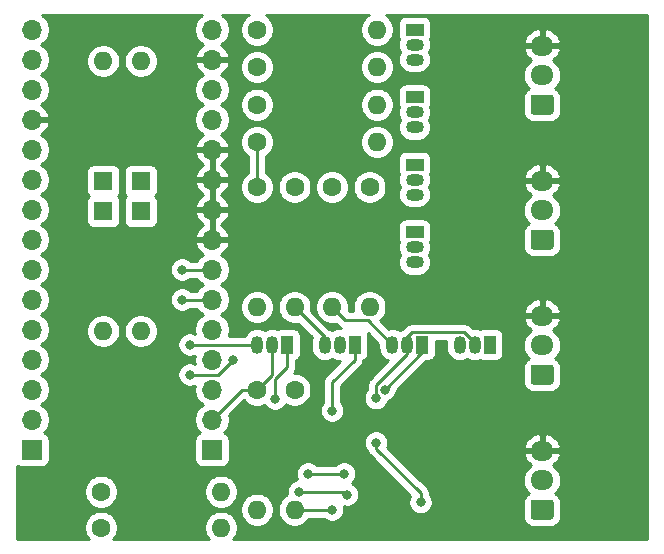
<source format=gbr>
%TF.GenerationSoftware,KiCad,Pcbnew,5.1.7*%
%TF.CreationDate,2020-10-23T00:09:38-07:00*%
%TF.ProjectId,n64_basic,6e36345f-6261-4736-9963-2e6b69636164,rev?*%
%TF.SameCoordinates,Original*%
%TF.FileFunction,Copper,L2,Bot*%
%TF.FilePolarity,Positive*%
%FSLAX46Y46*%
G04 Gerber Fmt 4.6, Leading zero omitted, Abs format (unit mm)*
G04 Created by KiCad (PCBNEW 5.1.7) date 2020-10-23 00:09:38*
%MOMM*%
%LPD*%
G01*
G04 APERTURE LIST*
%TA.AperFunction,ComponentPad*%
%ADD10O,1.600000X1.600000*%
%TD*%
%TA.AperFunction,ComponentPad*%
%ADD11R,1.600000X1.600000*%
%TD*%
%TA.AperFunction,ComponentPad*%
%ADD12C,1.600000*%
%TD*%
%TA.AperFunction,ComponentPad*%
%ADD13O,1.950000X1.700000*%
%TD*%
%TA.AperFunction,ComponentPad*%
%ADD14R,1.050000X1.500000*%
%TD*%
%TA.AperFunction,ComponentPad*%
%ADD15O,1.050000X1.500000*%
%TD*%
%TA.AperFunction,ComponentPad*%
%ADD16R,1.500000X1.050000*%
%TD*%
%TA.AperFunction,ComponentPad*%
%ADD17O,1.500000X1.050000*%
%TD*%
%TA.AperFunction,ComponentPad*%
%ADD18O,1.700000X1.700000*%
%TD*%
%TA.AperFunction,ComponentPad*%
%ADD19R,1.700000X1.700000*%
%TD*%
%TA.AperFunction,ViaPad*%
%ADD20C,0.800000*%
%TD*%
%TA.AperFunction,Conductor*%
%ADD21C,0.254000*%
%TD*%
%TA.AperFunction,Conductor*%
%ADD22C,0.100000*%
%TD*%
G04 APERTURE END LIST*
D10*
%TO.P,D1,2*%
%TO.N,A0*%
X97472500Y-82677000D03*
D11*
%TO.P,D1,1*%
%TO.N,INT1*%
X97472500Y-92837000D03*
%TD*%
D10*
%TO.P,D2,2*%
%TO.N,A1*%
X100647500Y-82677000D03*
D11*
%TO.P,D2,1*%
%TO.N,INT1*%
X100647500Y-92837000D03*
%TD*%
D10*
%TO.P,D3,2*%
%TO.N,A2*%
X100647500Y-105537000D03*
D11*
%TO.P,D3,1*%
%TO.N,INT1*%
X100647500Y-95377000D03*
%TD*%
D10*
%TO.P,D4,2*%
%TO.N,A3*%
X97472500Y-105537000D03*
D11*
%TO.P,D4,1*%
%TO.N,INT1*%
X97472500Y-95377000D03*
%TD*%
D10*
%TO.P,R1,2*%
%TO.N,A0*%
X120650000Y-89535000D03*
D12*
%TO.P,R1,1*%
%TO.N,5v*%
X110490000Y-89535000D03*
%TD*%
D10*
%TO.P,R2,2*%
%TO.N,A1*%
X120650000Y-86360000D03*
D12*
%TO.P,R2,1*%
%TO.N,5v*%
X110490000Y-86360000D03*
%TD*%
D10*
%TO.P,R3,2*%
%TO.N,A2*%
X120650000Y-83185000D03*
D12*
%TO.P,R3,1*%
%TO.N,5v*%
X110490000Y-83185000D03*
%TD*%
D10*
%TO.P,R4,2*%
%TO.N,A3*%
X120650000Y-80010000D03*
D12*
%TO.P,R4,1*%
%TO.N,5v*%
X110490000Y-80010000D03*
%TD*%
%TO.P,R9,1*%
%TO.N,3v3*%
X97282000Y-119126000D03*
D10*
%TO.P,R9,2*%
%TO.N,SS*%
X107442000Y-119126000D03*
%TD*%
%TO.P,R5,2*%
%TO.N,D10*%
X110490000Y-103505000D03*
D12*
%TO.P,R5,1*%
%TO.N,5v*%
X110490000Y-93345000D03*
%TD*%
%TO.P,R10,1*%
%TO.N,3v3*%
X97282000Y-122174000D03*
D10*
%TO.P,R10,2*%
%TO.N,MOSI*%
X107442000Y-122174000D03*
%TD*%
%TO.P,R6,2*%
%TO.N,D11*%
X113665000Y-103505000D03*
D12*
%TO.P,R6,1*%
%TO.N,5v*%
X113665000Y-93345000D03*
%TD*%
D10*
%TO.P,R11,2*%
%TO.N,MISO*%
X113665000Y-120650000D03*
D12*
%TO.P,R11,1*%
%TO.N,3v3*%
X113665000Y-110490000D03*
%TD*%
D10*
%TO.P,R7,2*%
%TO.N,D12*%
X116840000Y-103505000D03*
D12*
%TO.P,R7,1*%
%TO.N,5v*%
X116840000Y-93345000D03*
%TD*%
D10*
%TO.P,R12,2*%
%TO.N,SCK*%
X110490000Y-120650000D03*
D12*
%TO.P,R12,1*%
%TO.N,3v3*%
X110490000Y-110490000D03*
%TD*%
D10*
%TO.P,R8,2*%
%TO.N,D13*%
X120015000Y-103505000D03*
D12*
%TO.P,R8,1*%
%TO.N,5v*%
X120015000Y-93345000D03*
%TD*%
D13*
%TO.P,J4,3*%
%TO.N,GND*%
X134620000Y-81360000D03*
%TO.P,J4,2*%
%TO.N,Net-(J4-Pad2)*%
X134620000Y-83860000D03*
%TO.P,J4,1*%
%TO.N,Net-(J4-Pad1)*%
%TA.AperFunction,ComponentPad*%
G36*
G01*
X135345000Y-87210000D02*
X133895000Y-87210000D01*
G75*
G02*
X133645000Y-86960000I0J250000D01*
G01*
X133645000Y-85760000D01*
G75*
G02*
X133895000Y-85510000I250000J0D01*
G01*
X135345000Y-85510000D01*
G75*
G02*
X135595000Y-85760000I0J-250000D01*
G01*
X135595000Y-86960000D01*
G75*
G02*
X135345000Y-87210000I-250000J0D01*
G01*
G37*
%TD.AperFunction*%
%TD*%
%TO.P,J2,3*%
%TO.N,GND*%
X134620000Y-104220000D03*
%TO.P,J2,2*%
%TO.N,Net-(J2-Pad2)*%
X134620000Y-106720000D03*
%TO.P,J2,1*%
%TO.N,Net-(J2-Pad1)*%
%TA.AperFunction,ComponentPad*%
G36*
G01*
X135345000Y-110070000D02*
X133895000Y-110070000D01*
G75*
G02*
X133645000Y-109820000I0J250000D01*
G01*
X133645000Y-108620000D01*
G75*
G02*
X133895000Y-108370000I250000J0D01*
G01*
X135345000Y-108370000D01*
G75*
G02*
X135595000Y-108620000I0J-250000D01*
G01*
X135595000Y-109820000D01*
G75*
G02*
X135345000Y-110070000I-250000J0D01*
G01*
G37*
%TD.AperFunction*%
%TD*%
%TO.P,J1,3*%
%TO.N,GND*%
X134620000Y-115650000D03*
%TO.P,J1,2*%
%TO.N,Net-(J1-Pad2)*%
X134620000Y-118150000D03*
%TO.P,J1,1*%
%TO.N,Net-(J1-Pad1)*%
%TA.AperFunction,ComponentPad*%
G36*
G01*
X135345000Y-121500000D02*
X133895000Y-121500000D01*
G75*
G02*
X133645000Y-121250000I0J250000D01*
G01*
X133645000Y-120050000D01*
G75*
G02*
X133895000Y-119800000I250000J0D01*
G01*
X135345000Y-119800000D01*
G75*
G02*
X135595000Y-120050000I0J-250000D01*
G01*
X135595000Y-121250000D01*
G75*
G02*
X135345000Y-121500000I-250000J0D01*
G01*
G37*
%TD.AperFunction*%
%TD*%
%TO.P,J3,3*%
%TO.N,GND*%
X134620000Y-92790000D03*
%TO.P,J3,2*%
%TO.N,Net-(J3-Pad2)*%
X134620000Y-95290000D03*
%TO.P,J3,1*%
%TO.N,Net-(J3-Pad1)*%
%TA.AperFunction,ComponentPad*%
G36*
G01*
X135345000Y-98640000D02*
X133895000Y-98640000D01*
G75*
G02*
X133645000Y-98390000I0J250000D01*
G01*
X133645000Y-97190000D01*
G75*
G02*
X133895000Y-96940000I250000J0D01*
G01*
X135345000Y-96940000D01*
G75*
G02*
X135595000Y-97190000I0J-250000D01*
G01*
X135595000Y-98390000D01*
G75*
G02*
X135345000Y-98640000I-250000J0D01*
G01*
G37*
%TD.AperFunction*%
%TD*%
D14*
%TO.P,Q8,1*%
%TO.N,SCK*%
X130175000Y-106680000D03*
D15*
%TO.P,Q8,3*%
%TO.N,D13*%
X127635000Y-106680000D03*
%TO.P,Q8,2*%
%TO.N,3v3*%
X128905000Y-106680000D03*
%TD*%
D14*
%TO.P,Q7,1*%
%TO.N,MISO*%
X124460000Y-106680000D03*
D15*
%TO.P,Q7,3*%
%TO.N,D12*%
X121920000Y-106680000D03*
%TO.P,Q7,2*%
%TO.N,3v3*%
X123190000Y-106680000D03*
%TD*%
D14*
%TO.P,Q6,1*%
%TO.N,MOSI*%
X118745000Y-106680000D03*
D15*
%TO.P,Q6,3*%
%TO.N,D11*%
X116205000Y-106680000D03*
%TO.P,Q6,2*%
%TO.N,3v3*%
X117475000Y-106680000D03*
%TD*%
D14*
%TO.P,Q5,1*%
%TO.N,SS*%
X113030000Y-106680000D03*
D15*
%TO.P,Q5,3*%
%TO.N,D10*%
X110490000Y-106680000D03*
%TO.P,Q5,2*%
%TO.N,3v3*%
X111760000Y-106680000D03*
%TD*%
D16*
%TO.P,Q4,1*%
%TO.N,Net-(J4-Pad2)*%
X123825000Y-80010000D03*
D17*
%TO.P,Q4,3*%
%TO.N,A3*%
X123825000Y-82550000D03*
%TO.P,Q4,2*%
%TO.N,Net-(J4-Pad1)*%
X123825000Y-81280000D03*
%TD*%
D16*
%TO.P,Q3,1*%
%TO.N,Net-(J3-Pad2)*%
X123825000Y-85725000D03*
D17*
%TO.P,Q3,3*%
%TO.N,A2*%
X123825000Y-88265000D03*
%TO.P,Q3,2*%
%TO.N,Net-(J3-Pad1)*%
X123825000Y-86995000D03*
%TD*%
D16*
%TO.P,Q2,1*%
%TO.N,Net-(J2-Pad2)*%
X123825000Y-91440000D03*
D17*
%TO.P,Q2,3*%
%TO.N,A1*%
X123825000Y-93980000D03*
%TO.P,Q2,2*%
%TO.N,Net-(J2-Pad1)*%
X123825000Y-92710000D03*
%TD*%
D16*
%TO.P,Q1,1*%
%TO.N,Net-(J1-Pad2)*%
X123825000Y-97155000D03*
D17*
%TO.P,Q1,3*%
%TO.N,A0*%
X123825000Y-99695000D03*
%TO.P,Q1,2*%
%TO.N,Net-(J1-Pad1)*%
X123825000Y-98425000D03*
%TD*%
D18*
%TO.P,J5,15*%
%TO.N,Net-(J5-Pad15)*%
X106680000Y-80010000D03*
%TO.P,J5,14*%
%TO.N,GND*%
X106680000Y-82550000D03*
%TO.P,J5,13*%
%TO.N,Net-(J5-Pad13)*%
X106680000Y-85090000D03*
%TO.P,J5,12*%
%TO.N,5v*%
X106680000Y-87630000D03*
%TO.P,J5,11*%
%TO.N,GND*%
X106680000Y-90170000D03*
%TO.P,J5,10*%
X106680000Y-92710000D03*
%TO.P,J5,9*%
X106680000Y-95250000D03*
%TO.P,J5,8*%
X106680000Y-97790000D03*
%TO.P,J5,7*%
%TO.N,A3*%
X106680000Y-100330000D03*
%TO.P,J5,6*%
%TO.N,A2*%
X106680000Y-102870000D03*
%TO.P,J5,5*%
%TO.N,A1*%
X106680000Y-105410000D03*
%TO.P,J5,4*%
%TO.N,A0*%
X106680000Y-107950000D03*
%TO.P,J5,3*%
%TO.N,Net-(J5-Pad3)*%
X106680000Y-110490000D03*
%TO.P,J5,2*%
%TO.N,3v3*%
X106680000Y-113030000D03*
D19*
%TO.P,J5,1*%
%TO.N,D13*%
X106680000Y-115570000D03*
%TD*%
D18*
%TO.P,J6,15*%
%TO.N,TX*%
X91440000Y-80010000D03*
%TO.P,J6,14*%
%TO.N,RX*%
X91440000Y-82550000D03*
%TO.P,J6,13*%
%TO.N,Net-(J6-Pad13)*%
X91440000Y-85090000D03*
%TO.P,J6,12*%
%TO.N,GND*%
X91440000Y-87630000D03*
%TO.P,J6,11*%
%TO.N,INT1*%
X91440000Y-90170000D03*
%TO.P,J6,10*%
%TO.N,Net-(J6-Pad10)*%
X91440000Y-92710000D03*
%TO.P,J6,9*%
%TO.N,Net-(J6-Pad9)*%
X91440000Y-95250000D03*
%TO.P,J6,8*%
%TO.N,Net-(J6-Pad8)*%
X91440000Y-97790000D03*
%TO.P,J6,7*%
%TO.N,Net-(J6-Pad7)*%
X91440000Y-100330000D03*
%TO.P,J6,6*%
%TO.N,Net-(J6-Pad6)*%
X91440000Y-102870000D03*
%TO.P,J6,5*%
%TO.N,Net-(J6-Pad5)*%
X91440000Y-105410000D03*
%TO.P,J6,4*%
%TO.N,Net-(J6-Pad4)*%
X91440000Y-107950000D03*
%TO.P,J6,3*%
%TO.N,D10*%
X91440000Y-110490000D03*
%TO.P,J6,2*%
%TO.N,D11*%
X91440000Y-113030000D03*
D19*
%TO.P,J6,1*%
%TO.N,D12*%
X91440000Y-115570000D03*
%TD*%
D20*
%TO.N,GND*%
X121285000Y-120650000D03*
%TO.N,3v3*%
X124335000Y-120013000D03*
X120557999Y-111217001D03*
X120557999Y-114969999D03*
%TO.N,A2*%
X104140000Y-102870000D03*
%TO.N,A3*%
X104140000Y-100330000D03*
%TO.N,D11*%
X108421962Y-107950000D03*
X104775000Y-109220000D03*
%TO.N,D10*%
X104775000Y-106680000D03*
%TO.N,MISO*%
X116840000Y-120650000D03*
X121285000Y-110490000D03*
%TO.N,SCK*%
X118110000Y-119380000D03*
X114049533Y-119122467D03*
%TO.N,MOSI*%
X116840000Y-112268000D03*
%TO.N,SS*%
X117856000Y-117602000D03*
X114808000Y-117602000D03*
X112014000Y-111252000D03*
%TD*%
D21*
%TO.N,GND*%
X107172001Y-82057999D02*
X106680000Y-82550000D01*
%TO.N,3v3*%
X111760000Y-106680000D02*
X111760000Y-106045000D01*
X117475000Y-106520076D02*
X117475000Y-106680000D01*
X111760000Y-109220000D02*
X110490000Y-110490000D01*
X111760000Y-106680000D02*
X111760000Y-109220000D01*
X109220000Y-110490000D02*
X106680000Y-113030000D01*
X110490000Y-110490000D02*
X109220000Y-110490000D01*
X117475000Y-106680000D02*
X117475000Y-106045000D01*
X123190000Y-106520076D02*
X123190000Y-106680000D01*
X123190000Y-106680000D02*
X123190000Y-106045000D01*
X127987914Y-105602990D02*
X128905000Y-106520076D01*
X128905000Y-106520076D02*
X128905000Y-106680000D01*
X123632010Y-105602990D02*
X127987914Y-105602990D01*
X123190000Y-106045000D02*
X123632010Y-105602990D01*
X123190000Y-106905000D02*
X123190000Y-106680000D01*
X123190000Y-107509038D02*
X123190000Y-106680000D01*
X120557999Y-110141039D02*
X123190000Y-107509038D01*
X120557999Y-111217001D02*
X120557999Y-110141039D01*
X120557999Y-115477999D02*
X124335000Y-119255000D01*
X124335000Y-119255000D02*
X124335000Y-120013000D01*
X120557999Y-114969999D02*
X120557999Y-115477999D01*
%TO.N,A2*%
X106680000Y-102870000D02*
X104140000Y-102870000D01*
%TO.N,A3*%
X106680000Y-100330000D02*
X104140000Y-100330000D01*
%TO.N,5v*%
X110490000Y-89535000D02*
X110490000Y-93345000D01*
%TO.N,D12*%
X119872001Y-104632001D02*
X121920000Y-106680000D01*
X117967001Y-104632001D02*
X119872001Y-104632001D01*
X116840000Y-103505000D02*
X117967001Y-104632001D01*
%TO.N,D11*%
X107151962Y-109220000D02*
X108421962Y-107950000D01*
X104775000Y-109220000D02*
X107151962Y-109220000D01*
X116205000Y-106045000D02*
X116205000Y-106680000D01*
X113665000Y-103505000D02*
X116205000Y-106045000D01*
%TO.N,D10*%
X110490000Y-106680000D02*
X104775000Y-106680000D01*
%TO.N,MISO*%
X124460000Y-106680000D02*
X124460000Y-107315000D01*
X124460000Y-107315000D02*
X121285000Y-110490000D01*
X116840000Y-120650000D02*
X113665000Y-120650000D01*
%TO.N,SCK*%
X117852467Y-119122467D02*
X118110000Y-119380000D01*
X114049533Y-119122467D02*
X117852467Y-119122467D01*
%TO.N,MOSI*%
X118745000Y-107950000D02*
X118745000Y-106680000D01*
X116840000Y-109855000D02*
X118745000Y-107950000D01*
X116840000Y-109855000D02*
X116840000Y-112268000D01*
%TO.N,SS*%
X117856000Y-117602000D02*
X114808000Y-117602000D01*
X113030000Y-106680000D02*
X113030000Y-108592066D01*
X113030000Y-108592066D02*
X112014000Y-109608066D01*
X112014000Y-109608066D02*
X112014000Y-111252000D01*
%TD*%
%TO.N,GND*%
X105733368Y-78856525D02*
X105526525Y-79063368D01*
X105364010Y-79306589D01*
X105252068Y-79576842D01*
X105195000Y-79863740D01*
X105195000Y-80156260D01*
X105252068Y-80443158D01*
X105364010Y-80713411D01*
X105526525Y-80956632D01*
X105733368Y-81163475D01*
X105915534Y-81285195D01*
X105798645Y-81354822D01*
X105582412Y-81549731D01*
X105408359Y-81783080D01*
X105283175Y-82045901D01*
X105238524Y-82193110D01*
X105359845Y-82423000D01*
X106553000Y-82423000D01*
X106553000Y-82403000D01*
X106807000Y-82403000D01*
X106807000Y-82423000D01*
X108000155Y-82423000D01*
X108121476Y-82193110D01*
X108076825Y-82045901D01*
X107951641Y-81783080D01*
X107777588Y-81549731D01*
X107561355Y-81354822D01*
X107444466Y-81285195D01*
X107626632Y-81163475D01*
X107833475Y-80956632D01*
X107995990Y-80713411D01*
X108107932Y-80443158D01*
X108165000Y-80156260D01*
X108165000Y-79863740D01*
X108107932Y-79576842D01*
X107995990Y-79306589D01*
X107833475Y-79063368D01*
X107626632Y-78856525D01*
X107489655Y-78765000D01*
X109770343Y-78765000D01*
X109575241Y-78895363D01*
X109375363Y-79095241D01*
X109218320Y-79330273D01*
X109110147Y-79591426D01*
X109055000Y-79868665D01*
X109055000Y-80151335D01*
X109110147Y-80428574D01*
X109218320Y-80689727D01*
X109375363Y-80924759D01*
X109575241Y-81124637D01*
X109810273Y-81281680D01*
X110071426Y-81389853D01*
X110348665Y-81445000D01*
X110631335Y-81445000D01*
X110908574Y-81389853D01*
X111169727Y-81281680D01*
X111404759Y-81124637D01*
X111604637Y-80924759D01*
X111761680Y-80689727D01*
X111869853Y-80428574D01*
X111925000Y-80151335D01*
X111925000Y-79868665D01*
X111869853Y-79591426D01*
X111761680Y-79330273D01*
X111604637Y-79095241D01*
X111404759Y-78895363D01*
X111209657Y-78765000D01*
X119930343Y-78765000D01*
X119735241Y-78895363D01*
X119535363Y-79095241D01*
X119378320Y-79330273D01*
X119270147Y-79591426D01*
X119215000Y-79868665D01*
X119215000Y-80151335D01*
X119270147Y-80428574D01*
X119378320Y-80689727D01*
X119535363Y-80924759D01*
X119735241Y-81124637D01*
X119970273Y-81281680D01*
X120231426Y-81389853D01*
X120508665Y-81445000D01*
X120791335Y-81445000D01*
X121068574Y-81389853D01*
X121329727Y-81281680D01*
X121332241Y-81280000D01*
X122434388Y-81280000D01*
X122456785Y-81507400D01*
X122523115Y-81726060D01*
X122624105Y-81915000D01*
X122523115Y-82103940D01*
X122456785Y-82322600D01*
X122434388Y-82550000D01*
X122456785Y-82777400D01*
X122523115Y-82996060D01*
X122630829Y-83197579D01*
X122775788Y-83374212D01*
X122952421Y-83519171D01*
X123153940Y-83626885D01*
X123372600Y-83693215D01*
X123543021Y-83710000D01*
X124106979Y-83710000D01*
X124277400Y-83693215D01*
X124496060Y-83626885D01*
X124697579Y-83519171D01*
X124874212Y-83374212D01*
X125019171Y-83197579D01*
X125126885Y-82996060D01*
X125193215Y-82777400D01*
X125215612Y-82550000D01*
X125193215Y-82322600D01*
X125126885Y-82103940D01*
X125025895Y-81915000D01*
X125126885Y-81726060D01*
X125193215Y-81507400D01*
X125215612Y-81280000D01*
X125193215Y-81052600D01*
X125178203Y-81003110D01*
X133053524Y-81003110D01*
X133174845Y-81233000D01*
X134493000Y-81233000D01*
X134493000Y-80033835D01*
X134747000Y-80033835D01*
X134747000Y-81233000D01*
X136065155Y-81233000D01*
X136186476Y-81003110D01*
X136094352Y-80740142D01*
X135947496Y-80488807D01*
X135754429Y-80270951D01*
X135522570Y-80094947D01*
X135260830Y-79967558D01*
X134979267Y-79893680D01*
X134747000Y-80033835D01*
X134493000Y-80033835D01*
X134260733Y-79893680D01*
X133979170Y-79967558D01*
X133717430Y-80094947D01*
X133485571Y-80270951D01*
X133292504Y-80488807D01*
X133145648Y-80740142D01*
X133053524Y-81003110D01*
X125178203Y-81003110D01*
X125129907Y-80843902D01*
X125164502Y-80779180D01*
X125200812Y-80659482D01*
X125213072Y-80535000D01*
X125213072Y-79485000D01*
X125200812Y-79360518D01*
X125164502Y-79240820D01*
X125105537Y-79130506D01*
X125026185Y-79033815D01*
X124929494Y-78954463D01*
X124819180Y-78895498D01*
X124699482Y-78859188D01*
X124575000Y-78846928D01*
X123075000Y-78846928D01*
X122950518Y-78859188D01*
X122830820Y-78895498D01*
X122720506Y-78954463D01*
X122623815Y-79033815D01*
X122544463Y-79130506D01*
X122485498Y-79240820D01*
X122449188Y-79360518D01*
X122436928Y-79485000D01*
X122436928Y-80535000D01*
X122449188Y-80659482D01*
X122485498Y-80779180D01*
X122520093Y-80843902D01*
X122456785Y-81052600D01*
X122434388Y-81280000D01*
X121332241Y-81280000D01*
X121564759Y-81124637D01*
X121764637Y-80924759D01*
X121921680Y-80689727D01*
X122029853Y-80428574D01*
X122085000Y-80151335D01*
X122085000Y-79868665D01*
X122029853Y-79591426D01*
X121921680Y-79330273D01*
X121764637Y-79095241D01*
X121564759Y-78895363D01*
X121369657Y-78765000D01*
X143485000Y-78765000D01*
X143485001Y-123165000D01*
X108480396Y-123165000D01*
X108556637Y-123088759D01*
X108713680Y-122853727D01*
X108821853Y-122592574D01*
X108877000Y-122315335D01*
X108877000Y-122032665D01*
X108821853Y-121755426D01*
X108713680Y-121494273D01*
X108556637Y-121259241D01*
X108356759Y-121059363D01*
X108121727Y-120902320D01*
X107860574Y-120794147D01*
X107583335Y-120739000D01*
X107300665Y-120739000D01*
X107023426Y-120794147D01*
X106762273Y-120902320D01*
X106527241Y-121059363D01*
X106327363Y-121259241D01*
X106170320Y-121494273D01*
X106062147Y-121755426D01*
X106007000Y-122032665D01*
X106007000Y-122315335D01*
X106062147Y-122592574D01*
X106170320Y-122853727D01*
X106327363Y-123088759D01*
X106403604Y-123165000D01*
X98320396Y-123165000D01*
X98396637Y-123088759D01*
X98553680Y-122853727D01*
X98661853Y-122592574D01*
X98717000Y-122315335D01*
X98717000Y-122032665D01*
X98661853Y-121755426D01*
X98553680Y-121494273D01*
X98396637Y-121259241D01*
X98196759Y-121059363D01*
X97961727Y-120902320D01*
X97700574Y-120794147D01*
X97423335Y-120739000D01*
X97140665Y-120739000D01*
X96863426Y-120794147D01*
X96602273Y-120902320D01*
X96367241Y-121059363D01*
X96167363Y-121259241D01*
X96010320Y-121494273D01*
X95902147Y-121755426D01*
X95847000Y-122032665D01*
X95847000Y-122315335D01*
X95902147Y-122592574D01*
X96010320Y-122853727D01*
X96167363Y-123088759D01*
X96243604Y-123165000D01*
X90195000Y-123165000D01*
X90195000Y-118984665D01*
X95847000Y-118984665D01*
X95847000Y-119267335D01*
X95902147Y-119544574D01*
X96010320Y-119805727D01*
X96167363Y-120040759D01*
X96367241Y-120240637D01*
X96602273Y-120397680D01*
X96863426Y-120505853D01*
X97140665Y-120561000D01*
X97423335Y-120561000D01*
X97700574Y-120505853D01*
X97961727Y-120397680D01*
X98196759Y-120240637D01*
X98396637Y-120040759D01*
X98553680Y-119805727D01*
X98661853Y-119544574D01*
X98717000Y-119267335D01*
X98717000Y-118984665D01*
X106007000Y-118984665D01*
X106007000Y-119267335D01*
X106062147Y-119544574D01*
X106170320Y-119805727D01*
X106327363Y-120040759D01*
X106527241Y-120240637D01*
X106762273Y-120397680D01*
X107023426Y-120505853D01*
X107300665Y-120561000D01*
X107583335Y-120561000D01*
X107846437Y-120508665D01*
X109055000Y-120508665D01*
X109055000Y-120791335D01*
X109110147Y-121068574D01*
X109218320Y-121329727D01*
X109375363Y-121564759D01*
X109575241Y-121764637D01*
X109810273Y-121921680D01*
X110071426Y-122029853D01*
X110348665Y-122085000D01*
X110631335Y-122085000D01*
X110908574Y-122029853D01*
X111169727Y-121921680D01*
X111404759Y-121764637D01*
X111604637Y-121564759D01*
X111761680Y-121329727D01*
X111869853Y-121068574D01*
X111925000Y-120791335D01*
X111925000Y-120508665D01*
X112230000Y-120508665D01*
X112230000Y-120791335D01*
X112285147Y-121068574D01*
X112393320Y-121329727D01*
X112550363Y-121564759D01*
X112750241Y-121764637D01*
X112985273Y-121921680D01*
X113246426Y-122029853D01*
X113523665Y-122085000D01*
X113806335Y-122085000D01*
X114083574Y-122029853D01*
X114344727Y-121921680D01*
X114579759Y-121764637D01*
X114779637Y-121564759D01*
X114881707Y-121412000D01*
X116138289Y-121412000D01*
X116180226Y-121453937D01*
X116349744Y-121567205D01*
X116538102Y-121645226D01*
X116738061Y-121685000D01*
X116941939Y-121685000D01*
X117141898Y-121645226D01*
X117330256Y-121567205D01*
X117499774Y-121453937D01*
X117643937Y-121309774D01*
X117757205Y-121140256D01*
X117835226Y-120951898D01*
X117875000Y-120751939D01*
X117875000Y-120548061D01*
X117841961Y-120381961D01*
X118008061Y-120415000D01*
X118211939Y-120415000D01*
X118411898Y-120375226D01*
X118600256Y-120297205D01*
X118769774Y-120183937D01*
X118913937Y-120039774D01*
X119027205Y-119870256D01*
X119105226Y-119681898D01*
X119145000Y-119481939D01*
X119145000Y-119278061D01*
X119105226Y-119078102D01*
X119027205Y-118889744D01*
X118913937Y-118720226D01*
X118769774Y-118576063D01*
X118600256Y-118462795D01*
X118495574Y-118419434D01*
X118515774Y-118405937D01*
X118659937Y-118261774D01*
X118773205Y-118092256D01*
X118851226Y-117903898D01*
X118891000Y-117703939D01*
X118891000Y-117500061D01*
X118851226Y-117300102D01*
X118773205Y-117111744D01*
X118659937Y-116942226D01*
X118515774Y-116798063D01*
X118346256Y-116684795D01*
X118157898Y-116606774D01*
X117957939Y-116567000D01*
X117754061Y-116567000D01*
X117554102Y-116606774D01*
X117365744Y-116684795D01*
X117196226Y-116798063D01*
X117154289Y-116840000D01*
X115509711Y-116840000D01*
X115467774Y-116798063D01*
X115298256Y-116684795D01*
X115109898Y-116606774D01*
X114909939Y-116567000D01*
X114706061Y-116567000D01*
X114506102Y-116606774D01*
X114317744Y-116684795D01*
X114148226Y-116798063D01*
X114004063Y-116942226D01*
X113890795Y-117111744D01*
X113812774Y-117300102D01*
X113773000Y-117500061D01*
X113773000Y-117703939D01*
X113812774Y-117903898D01*
X113890795Y-118092256D01*
X113894634Y-118098001D01*
X113747635Y-118127241D01*
X113559277Y-118205262D01*
X113389759Y-118318530D01*
X113245596Y-118462693D01*
X113132328Y-118632211D01*
X113054307Y-118820569D01*
X113014533Y-119020528D01*
X113014533Y-119224406D01*
X113040590Y-119355407D01*
X112985273Y-119378320D01*
X112750241Y-119535363D01*
X112550363Y-119735241D01*
X112393320Y-119970273D01*
X112285147Y-120231426D01*
X112230000Y-120508665D01*
X111925000Y-120508665D01*
X111869853Y-120231426D01*
X111761680Y-119970273D01*
X111604637Y-119735241D01*
X111404759Y-119535363D01*
X111169727Y-119378320D01*
X110908574Y-119270147D01*
X110631335Y-119215000D01*
X110348665Y-119215000D01*
X110071426Y-119270147D01*
X109810273Y-119378320D01*
X109575241Y-119535363D01*
X109375363Y-119735241D01*
X109218320Y-119970273D01*
X109110147Y-120231426D01*
X109055000Y-120508665D01*
X107846437Y-120508665D01*
X107860574Y-120505853D01*
X108121727Y-120397680D01*
X108356759Y-120240637D01*
X108556637Y-120040759D01*
X108713680Y-119805727D01*
X108821853Y-119544574D01*
X108877000Y-119267335D01*
X108877000Y-118984665D01*
X108821853Y-118707426D01*
X108713680Y-118446273D01*
X108556637Y-118211241D01*
X108356759Y-118011363D01*
X108121727Y-117854320D01*
X107860574Y-117746147D01*
X107583335Y-117691000D01*
X107300665Y-117691000D01*
X107023426Y-117746147D01*
X106762273Y-117854320D01*
X106527241Y-118011363D01*
X106327363Y-118211241D01*
X106170320Y-118446273D01*
X106062147Y-118707426D01*
X106007000Y-118984665D01*
X98717000Y-118984665D01*
X98661853Y-118707426D01*
X98553680Y-118446273D01*
X98396637Y-118211241D01*
X98196759Y-118011363D01*
X97961727Y-117854320D01*
X97700574Y-117746147D01*
X97423335Y-117691000D01*
X97140665Y-117691000D01*
X96863426Y-117746147D01*
X96602273Y-117854320D01*
X96367241Y-118011363D01*
X96167363Y-118211241D01*
X96010320Y-118446273D01*
X95902147Y-118707426D01*
X95847000Y-118984665D01*
X90195000Y-118984665D01*
X90195000Y-116917295D01*
X90235506Y-116950537D01*
X90345820Y-117009502D01*
X90465518Y-117045812D01*
X90590000Y-117058072D01*
X92290000Y-117058072D01*
X92414482Y-117045812D01*
X92534180Y-117009502D01*
X92644494Y-116950537D01*
X92741185Y-116871185D01*
X92820537Y-116774494D01*
X92879502Y-116664180D01*
X92915812Y-116544482D01*
X92928072Y-116420000D01*
X92928072Y-114720000D01*
X92915812Y-114595518D01*
X92879502Y-114475820D01*
X92820537Y-114365506D01*
X92741185Y-114268815D01*
X92644494Y-114189463D01*
X92534180Y-114130498D01*
X92461620Y-114108487D01*
X92593475Y-113976632D01*
X92755990Y-113733411D01*
X92867932Y-113463158D01*
X92925000Y-113176260D01*
X92925000Y-112883740D01*
X92867932Y-112596842D01*
X92755990Y-112326589D01*
X92593475Y-112083368D01*
X92386632Y-111876525D01*
X92212240Y-111760000D01*
X92386632Y-111643475D01*
X92593475Y-111436632D01*
X92755990Y-111193411D01*
X92867932Y-110923158D01*
X92925000Y-110636260D01*
X92925000Y-110343740D01*
X92867932Y-110056842D01*
X92755990Y-109786589D01*
X92593475Y-109543368D01*
X92386632Y-109336525D01*
X92212240Y-109220000D01*
X92386632Y-109103475D01*
X92593475Y-108896632D01*
X92755990Y-108653411D01*
X92867932Y-108383158D01*
X92925000Y-108096260D01*
X92925000Y-107803740D01*
X92867932Y-107516842D01*
X92755990Y-107246589D01*
X92593475Y-107003368D01*
X92386632Y-106796525D01*
X92212240Y-106680000D01*
X92386632Y-106563475D01*
X92593475Y-106356632D01*
X92755990Y-106113411D01*
X92867932Y-105843158D01*
X92925000Y-105556260D01*
X92925000Y-105395665D01*
X96037500Y-105395665D01*
X96037500Y-105678335D01*
X96092647Y-105955574D01*
X96200820Y-106216727D01*
X96357863Y-106451759D01*
X96557741Y-106651637D01*
X96792773Y-106808680D01*
X97053926Y-106916853D01*
X97331165Y-106972000D01*
X97613835Y-106972000D01*
X97891074Y-106916853D01*
X98152227Y-106808680D01*
X98387259Y-106651637D01*
X98587137Y-106451759D01*
X98744180Y-106216727D01*
X98852353Y-105955574D01*
X98907500Y-105678335D01*
X98907500Y-105395665D01*
X99212500Y-105395665D01*
X99212500Y-105678335D01*
X99267647Y-105955574D01*
X99375820Y-106216727D01*
X99532863Y-106451759D01*
X99732741Y-106651637D01*
X99967773Y-106808680D01*
X100228926Y-106916853D01*
X100506165Y-106972000D01*
X100788835Y-106972000D01*
X101066074Y-106916853D01*
X101327227Y-106808680D01*
X101562259Y-106651637D01*
X101762137Y-106451759D01*
X101919180Y-106216727D01*
X102027353Y-105955574D01*
X102082500Y-105678335D01*
X102082500Y-105395665D01*
X102027353Y-105118426D01*
X101919180Y-104857273D01*
X101762137Y-104622241D01*
X101562259Y-104422363D01*
X101327227Y-104265320D01*
X101066074Y-104157147D01*
X100788835Y-104102000D01*
X100506165Y-104102000D01*
X100228926Y-104157147D01*
X99967773Y-104265320D01*
X99732741Y-104422363D01*
X99532863Y-104622241D01*
X99375820Y-104857273D01*
X99267647Y-105118426D01*
X99212500Y-105395665D01*
X98907500Y-105395665D01*
X98852353Y-105118426D01*
X98744180Y-104857273D01*
X98587137Y-104622241D01*
X98387259Y-104422363D01*
X98152227Y-104265320D01*
X97891074Y-104157147D01*
X97613835Y-104102000D01*
X97331165Y-104102000D01*
X97053926Y-104157147D01*
X96792773Y-104265320D01*
X96557741Y-104422363D01*
X96357863Y-104622241D01*
X96200820Y-104857273D01*
X96092647Y-105118426D01*
X96037500Y-105395665D01*
X92925000Y-105395665D01*
X92925000Y-105263740D01*
X92867932Y-104976842D01*
X92755990Y-104706589D01*
X92593475Y-104463368D01*
X92386632Y-104256525D01*
X92212240Y-104140000D01*
X92386632Y-104023475D01*
X92593475Y-103816632D01*
X92755990Y-103573411D01*
X92867932Y-103303158D01*
X92925000Y-103016260D01*
X92925000Y-102723740D01*
X92867932Y-102436842D01*
X92755990Y-102166589D01*
X92593475Y-101923368D01*
X92386632Y-101716525D01*
X92212240Y-101600000D01*
X92386632Y-101483475D01*
X92593475Y-101276632D01*
X92755990Y-101033411D01*
X92867932Y-100763158D01*
X92925000Y-100476260D01*
X92925000Y-100228061D01*
X103105000Y-100228061D01*
X103105000Y-100431939D01*
X103144774Y-100631898D01*
X103222795Y-100820256D01*
X103336063Y-100989774D01*
X103480226Y-101133937D01*
X103649744Y-101247205D01*
X103838102Y-101325226D01*
X104038061Y-101365000D01*
X104241939Y-101365000D01*
X104441898Y-101325226D01*
X104630256Y-101247205D01*
X104799774Y-101133937D01*
X104841711Y-101092000D01*
X105403158Y-101092000D01*
X105526525Y-101276632D01*
X105733368Y-101483475D01*
X105907760Y-101600000D01*
X105733368Y-101716525D01*
X105526525Y-101923368D01*
X105403158Y-102108000D01*
X104841711Y-102108000D01*
X104799774Y-102066063D01*
X104630256Y-101952795D01*
X104441898Y-101874774D01*
X104241939Y-101835000D01*
X104038061Y-101835000D01*
X103838102Y-101874774D01*
X103649744Y-101952795D01*
X103480226Y-102066063D01*
X103336063Y-102210226D01*
X103222795Y-102379744D01*
X103144774Y-102568102D01*
X103105000Y-102768061D01*
X103105000Y-102971939D01*
X103144774Y-103171898D01*
X103222795Y-103360256D01*
X103336063Y-103529774D01*
X103480226Y-103673937D01*
X103649744Y-103787205D01*
X103838102Y-103865226D01*
X104038061Y-103905000D01*
X104241939Y-103905000D01*
X104441898Y-103865226D01*
X104630256Y-103787205D01*
X104799774Y-103673937D01*
X104841711Y-103632000D01*
X105403158Y-103632000D01*
X105526525Y-103816632D01*
X105733368Y-104023475D01*
X105907760Y-104140000D01*
X105733368Y-104256525D01*
X105526525Y-104463368D01*
X105364010Y-104706589D01*
X105252068Y-104976842D01*
X105195000Y-105263740D01*
X105195000Y-105556260D01*
X105233463Y-105749626D01*
X105076898Y-105684774D01*
X104876939Y-105645000D01*
X104673061Y-105645000D01*
X104473102Y-105684774D01*
X104284744Y-105762795D01*
X104115226Y-105876063D01*
X103971063Y-106020226D01*
X103857795Y-106189744D01*
X103779774Y-106378102D01*
X103740000Y-106578061D01*
X103740000Y-106781939D01*
X103779774Y-106981898D01*
X103857795Y-107170256D01*
X103971063Y-107339774D01*
X104115226Y-107483937D01*
X104284744Y-107597205D01*
X104473102Y-107675226D01*
X104673061Y-107715000D01*
X104876939Y-107715000D01*
X105076898Y-107675226D01*
X105233463Y-107610374D01*
X105195000Y-107803740D01*
X105195000Y-108096260D01*
X105233463Y-108289626D01*
X105076898Y-108224774D01*
X104876939Y-108185000D01*
X104673061Y-108185000D01*
X104473102Y-108224774D01*
X104284744Y-108302795D01*
X104115226Y-108416063D01*
X103971063Y-108560226D01*
X103857795Y-108729744D01*
X103779774Y-108918102D01*
X103740000Y-109118061D01*
X103740000Y-109321939D01*
X103779774Y-109521898D01*
X103857795Y-109710256D01*
X103971063Y-109879774D01*
X104115226Y-110023937D01*
X104284744Y-110137205D01*
X104473102Y-110215226D01*
X104673061Y-110255000D01*
X104876939Y-110255000D01*
X105076898Y-110215226D01*
X105233463Y-110150374D01*
X105195000Y-110343740D01*
X105195000Y-110636260D01*
X105252068Y-110923158D01*
X105364010Y-111193411D01*
X105526525Y-111436632D01*
X105733368Y-111643475D01*
X105907760Y-111760000D01*
X105733368Y-111876525D01*
X105526525Y-112083368D01*
X105364010Y-112326589D01*
X105252068Y-112596842D01*
X105195000Y-112883740D01*
X105195000Y-113176260D01*
X105252068Y-113463158D01*
X105364010Y-113733411D01*
X105526525Y-113976632D01*
X105658380Y-114108487D01*
X105585820Y-114130498D01*
X105475506Y-114189463D01*
X105378815Y-114268815D01*
X105299463Y-114365506D01*
X105240498Y-114475820D01*
X105204188Y-114595518D01*
X105191928Y-114720000D01*
X105191928Y-116420000D01*
X105204188Y-116544482D01*
X105240498Y-116664180D01*
X105299463Y-116774494D01*
X105378815Y-116871185D01*
X105475506Y-116950537D01*
X105585820Y-117009502D01*
X105705518Y-117045812D01*
X105830000Y-117058072D01*
X107530000Y-117058072D01*
X107654482Y-117045812D01*
X107774180Y-117009502D01*
X107884494Y-116950537D01*
X107981185Y-116871185D01*
X108060537Y-116774494D01*
X108119502Y-116664180D01*
X108155812Y-116544482D01*
X108168072Y-116420000D01*
X108168072Y-114868060D01*
X119522999Y-114868060D01*
X119522999Y-115071938D01*
X119562773Y-115271897D01*
X119640794Y-115460255D01*
X119754062Y-115629773D01*
X119831130Y-115706841D01*
X119850597Y-115771014D01*
X119921354Y-115903391D01*
X120016578Y-116019421D01*
X120045648Y-116043278D01*
X123460781Y-119458411D01*
X123417795Y-119522744D01*
X123339774Y-119711102D01*
X123300000Y-119911061D01*
X123300000Y-120114939D01*
X123339774Y-120314898D01*
X123417795Y-120503256D01*
X123531063Y-120672774D01*
X123675226Y-120816937D01*
X123844744Y-120930205D01*
X124033102Y-121008226D01*
X124233061Y-121048000D01*
X124436939Y-121048000D01*
X124636898Y-121008226D01*
X124825256Y-120930205D01*
X124994774Y-120816937D01*
X125138937Y-120672774D01*
X125252205Y-120503256D01*
X125330226Y-120314898D01*
X125370000Y-120114939D01*
X125370000Y-119911061D01*
X125330226Y-119711102D01*
X125252205Y-119522744D01*
X125138937Y-119353226D01*
X125097000Y-119311289D01*
X125097000Y-119292422D01*
X125100686Y-119254999D01*
X125093200Y-119178992D01*
X125085974Y-119105622D01*
X125042402Y-118961985D01*
X124971645Y-118829608D01*
X124876422Y-118713578D01*
X124847353Y-118689722D01*
X124307631Y-118150000D01*
X133002815Y-118150000D01*
X133031487Y-118441111D01*
X133116401Y-118721034D01*
X133254294Y-118979014D01*
X133439866Y-119205134D01*
X133503337Y-119257223D01*
X133401614Y-119311595D01*
X133267038Y-119422038D01*
X133156595Y-119556614D01*
X133074528Y-119710150D01*
X133023992Y-119876746D01*
X133006928Y-120050000D01*
X133006928Y-121250000D01*
X133023992Y-121423254D01*
X133074528Y-121589850D01*
X133156595Y-121743386D01*
X133267038Y-121877962D01*
X133401614Y-121988405D01*
X133555150Y-122070472D01*
X133721746Y-122121008D01*
X133895000Y-122138072D01*
X135345000Y-122138072D01*
X135518254Y-122121008D01*
X135684850Y-122070472D01*
X135838386Y-121988405D01*
X135972962Y-121877962D01*
X136083405Y-121743386D01*
X136165472Y-121589850D01*
X136216008Y-121423254D01*
X136233072Y-121250000D01*
X136233072Y-120050000D01*
X136216008Y-119876746D01*
X136165472Y-119710150D01*
X136083405Y-119556614D01*
X135972962Y-119422038D01*
X135838386Y-119311595D01*
X135736663Y-119257223D01*
X135800134Y-119205134D01*
X135985706Y-118979014D01*
X136123599Y-118721034D01*
X136208513Y-118441111D01*
X136237185Y-118150000D01*
X136208513Y-117858889D01*
X136123599Y-117578966D01*
X135985706Y-117320986D01*
X135800134Y-117094866D01*
X135574014Y-116909294D01*
X135548278Y-116895538D01*
X135754429Y-116739049D01*
X135947496Y-116521193D01*
X136094352Y-116269858D01*
X136186476Y-116006890D01*
X136065155Y-115777000D01*
X134747000Y-115777000D01*
X134747000Y-115797000D01*
X134493000Y-115797000D01*
X134493000Y-115777000D01*
X133174845Y-115777000D01*
X133053524Y-116006890D01*
X133145648Y-116269858D01*
X133292504Y-116521193D01*
X133485571Y-116739049D01*
X133691722Y-116895538D01*
X133665986Y-116909294D01*
X133439866Y-117094866D01*
X133254294Y-117320986D01*
X133116401Y-117578966D01*
X133031487Y-117858889D01*
X133002815Y-118150000D01*
X124307631Y-118150000D01*
X121516995Y-115359364D01*
X121544438Y-115293110D01*
X133053524Y-115293110D01*
X133174845Y-115523000D01*
X134493000Y-115523000D01*
X134493000Y-114323835D01*
X134747000Y-114323835D01*
X134747000Y-115523000D01*
X136065155Y-115523000D01*
X136186476Y-115293110D01*
X136094352Y-115030142D01*
X135947496Y-114778807D01*
X135754429Y-114560951D01*
X135522570Y-114384947D01*
X135260830Y-114257558D01*
X134979267Y-114183680D01*
X134747000Y-114323835D01*
X134493000Y-114323835D01*
X134260733Y-114183680D01*
X133979170Y-114257558D01*
X133717430Y-114384947D01*
X133485571Y-114560951D01*
X133292504Y-114778807D01*
X133145648Y-115030142D01*
X133053524Y-115293110D01*
X121544438Y-115293110D01*
X121553225Y-115271897D01*
X121592999Y-115071938D01*
X121592999Y-114868060D01*
X121553225Y-114668101D01*
X121475204Y-114479743D01*
X121361936Y-114310225D01*
X121217773Y-114166062D01*
X121048255Y-114052794D01*
X120859897Y-113974773D01*
X120659938Y-113934999D01*
X120456060Y-113934999D01*
X120256101Y-113974773D01*
X120067743Y-114052794D01*
X119898225Y-114166062D01*
X119754062Y-114310225D01*
X119640794Y-114479743D01*
X119562773Y-114668101D01*
X119522999Y-114868060D01*
X108168072Y-114868060D01*
X108168072Y-114720000D01*
X108155812Y-114595518D01*
X108119502Y-114475820D01*
X108060537Y-114365506D01*
X107981185Y-114268815D01*
X107884494Y-114189463D01*
X107774180Y-114130498D01*
X107701620Y-114108487D01*
X107833475Y-113976632D01*
X107995990Y-113733411D01*
X108107932Y-113463158D01*
X108165000Y-113176260D01*
X108165000Y-112883740D01*
X108121679Y-112665952D01*
X109379117Y-111408513D01*
X109575241Y-111604637D01*
X109810273Y-111761680D01*
X110071426Y-111869853D01*
X110348665Y-111925000D01*
X110631335Y-111925000D01*
X110908574Y-111869853D01*
X111122770Y-111781130D01*
X111210063Y-111911774D01*
X111354226Y-112055937D01*
X111523744Y-112169205D01*
X111712102Y-112247226D01*
X111912061Y-112287000D01*
X112115939Y-112287000D01*
X112315898Y-112247226D01*
X112504256Y-112169205D01*
X112673774Y-112055937D01*
X112817937Y-111911774D01*
X112931205Y-111742256D01*
X112936624Y-111729174D01*
X112985273Y-111761680D01*
X113246426Y-111869853D01*
X113523665Y-111925000D01*
X113806335Y-111925000D01*
X114083574Y-111869853D01*
X114344727Y-111761680D01*
X114579759Y-111604637D01*
X114779637Y-111404759D01*
X114936680Y-111169727D01*
X115044853Y-110908574D01*
X115100000Y-110631335D01*
X115100000Y-110348665D01*
X115044853Y-110071426D01*
X114936680Y-109810273D01*
X114779637Y-109575241D01*
X114579759Y-109375363D01*
X114344727Y-109218320D01*
X114083574Y-109110147D01*
X113806335Y-109055000D01*
X113635836Y-109055000D01*
X113666645Y-109017459D01*
X113719752Y-108918102D01*
X113737402Y-108885081D01*
X113780974Y-108741444D01*
X113792000Y-108629492D01*
X113792000Y-108629489D01*
X113795686Y-108592066D01*
X113792000Y-108554643D01*
X113792000Y-108021680D01*
X113799180Y-108019502D01*
X113909494Y-107960537D01*
X114006185Y-107881185D01*
X114085537Y-107784494D01*
X114144502Y-107674180D01*
X114180812Y-107554482D01*
X114193072Y-107430000D01*
X114193072Y-105930000D01*
X114180812Y-105805518D01*
X114144502Y-105685820D01*
X114085537Y-105575506D01*
X114006185Y-105478815D01*
X113909494Y-105399463D01*
X113799180Y-105340498D01*
X113679482Y-105304188D01*
X113555000Y-105291928D01*
X112505000Y-105291928D01*
X112380518Y-105304188D01*
X112260820Y-105340498D01*
X112196098Y-105375093D01*
X111987400Y-105311785D01*
X111958556Y-105308944D01*
X111909378Y-105294026D01*
X111760000Y-105279314D01*
X111610623Y-105294026D01*
X111561445Y-105308944D01*
X111532601Y-105311785D01*
X111313941Y-105378115D01*
X111125000Y-105479106D01*
X110936060Y-105378115D01*
X110717400Y-105311785D01*
X110490000Y-105289388D01*
X110262601Y-105311785D01*
X110043941Y-105378115D01*
X109842422Y-105485829D01*
X109665789Y-105630788D01*
X109520830Y-105807421D01*
X109461724Y-105918000D01*
X108076932Y-105918000D01*
X108107932Y-105843158D01*
X108165000Y-105556260D01*
X108165000Y-105263740D01*
X108107932Y-104976842D01*
X107995990Y-104706589D01*
X107833475Y-104463368D01*
X107626632Y-104256525D01*
X107452240Y-104140000D01*
X107626632Y-104023475D01*
X107833475Y-103816632D01*
X107995990Y-103573411D01*
X108082869Y-103363665D01*
X109055000Y-103363665D01*
X109055000Y-103646335D01*
X109110147Y-103923574D01*
X109218320Y-104184727D01*
X109375363Y-104419759D01*
X109575241Y-104619637D01*
X109810273Y-104776680D01*
X110071426Y-104884853D01*
X110348665Y-104940000D01*
X110631335Y-104940000D01*
X110908574Y-104884853D01*
X111169727Y-104776680D01*
X111404759Y-104619637D01*
X111604637Y-104419759D01*
X111761680Y-104184727D01*
X111869853Y-103923574D01*
X111925000Y-103646335D01*
X111925000Y-103363665D01*
X112230000Y-103363665D01*
X112230000Y-103646335D01*
X112285147Y-103923574D01*
X112393320Y-104184727D01*
X112550363Y-104419759D01*
X112750241Y-104619637D01*
X112985273Y-104776680D01*
X113246426Y-104884853D01*
X113523665Y-104940000D01*
X113806335Y-104940000D01*
X113986527Y-104904157D01*
X115119549Y-106037179D01*
X115061785Y-106227600D01*
X115045000Y-106398021D01*
X115045000Y-106961978D01*
X115061785Y-107132399D01*
X115128115Y-107351059D01*
X115235829Y-107552578D01*
X115380788Y-107729212D01*
X115557421Y-107874171D01*
X115758940Y-107981885D01*
X115977600Y-108048215D01*
X116205000Y-108070612D01*
X116432399Y-108048215D01*
X116651059Y-107981885D01*
X116840000Y-107880894D01*
X117028940Y-107981885D01*
X117247600Y-108048215D01*
X117475000Y-108070612D01*
X117554597Y-108062772D01*
X116327654Y-109289716D01*
X116298578Y-109313578D01*
X116262326Y-109357752D01*
X116203355Y-109429608D01*
X116200473Y-109435000D01*
X116132598Y-109561986D01*
X116089026Y-109705623D01*
X116081445Y-109782598D01*
X116074314Y-109855000D01*
X116078000Y-109892423D01*
X116078001Y-111566288D01*
X116036063Y-111608226D01*
X115922795Y-111777744D01*
X115844774Y-111966102D01*
X115805000Y-112166061D01*
X115805000Y-112369939D01*
X115844774Y-112569898D01*
X115922795Y-112758256D01*
X116036063Y-112927774D01*
X116180226Y-113071937D01*
X116349744Y-113185205D01*
X116538102Y-113263226D01*
X116738061Y-113303000D01*
X116941939Y-113303000D01*
X117141898Y-113263226D01*
X117330256Y-113185205D01*
X117499774Y-113071937D01*
X117643937Y-112927774D01*
X117757205Y-112758256D01*
X117835226Y-112569898D01*
X117875000Y-112369939D01*
X117875000Y-112166061D01*
X117835226Y-111966102D01*
X117757205Y-111777744D01*
X117643937Y-111608226D01*
X117602000Y-111566289D01*
X117602000Y-110170630D01*
X119257353Y-108515278D01*
X119286422Y-108491422D01*
X119328413Y-108440256D01*
X119381645Y-108375393D01*
X119447654Y-108251898D01*
X119452402Y-108243015D01*
X119495974Y-108099378D01*
X119503522Y-108022735D01*
X119514180Y-108019502D01*
X119624494Y-107960537D01*
X119721185Y-107881185D01*
X119800537Y-107784494D01*
X119859502Y-107674180D01*
X119895812Y-107554482D01*
X119908072Y-107430000D01*
X119908072Y-105930000D01*
X119895812Y-105805518D01*
X119864428Y-105702058D01*
X120760000Y-106597631D01*
X120760000Y-106961978D01*
X120776785Y-107132399D01*
X120843115Y-107351059D01*
X120950829Y-107552578D01*
X121095788Y-107729212D01*
X121272421Y-107874171D01*
X121473940Y-107981885D01*
X121600984Y-108020424D01*
X120045648Y-109575760D01*
X120016578Y-109599617D01*
X119992721Y-109628687D01*
X119992720Y-109628688D01*
X119921354Y-109715647D01*
X119850598Y-109848024D01*
X119807026Y-109991661D01*
X119792313Y-110141039D01*
X119796000Y-110178472D01*
X119796000Y-110515289D01*
X119754062Y-110557227D01*
X119640794Y-110726745D01*
X119562773Y-110915103D01*
X119522999Y-111115062D01*
X119522999Y-111318940D01*
X119562773Y-111518899D01*
X119640794Y-111707257D01*
X119754062Y-111876775D01*
X119898225Y-112020938D01*
X120067743Y-112134206D01*
X120256101Y-112212227D01*
X120456060Y-112252001D01*
X120659938Y-112252001D01*
X120859897Y-112212227D01*
X121048255Y-112134206D01*
X121217773Y-112020938D01*
X121361936Y-111876775D01*
X121475204Y-111707257D01*
X121553225Y-111518899D01*
X121558812Y-111490813D01*
X121586898Y-111485226D01*
X121775256Y-111407205D01*
X121944774Y-111293937D01*
X122088937Y-111149774D01*
X122202205Y-110980256D01*
X122280226Y-110791898D01*
X122320000Y-110591939D01*
X122320000Y-110532630D01*
X124784559Y-108068072D01*
X124985000Y-108068072D01*
X125109482Y-108055812D01*
X125229180Y-108019502D01*
X125339494Y-107960537D01*
X125436185Y-107881185D01*
X125515537Y-107784494D01*
X125574502Y-107674180D01*
X125610812Y-107554482D01*
X125623072Y-107430000D01*
X125623072Y-106364990D01*
X126478253Y-106364990D01*
X126475000Y-106398021D01*
X126475000Y-106961978D01*
X126491785Y-107132399D01*
X126558115Y-107351059D01*
X126665829Y-107552578D01*
X126810788Y-107729212D01*
X126987421Y-107874171D01*
X127188940Y-107981885D01*
X127407600Y-108048215D01*
X127635000Y-108070612D01*
X127862399Y-108048215D01*
X128081059Y-107981885D01*
X128270000Y-107880894D01*
X128458940Y-107981885D01*
X128677600Y-108048215D01*
X128905000Y-108070612D01*
X129132399Y-108048215D01*
X129341098Y-107984907D01*
X129405820Y-108019502D01*
X129525518Y-108055812D01*
X129650000Y-108068072D01*
X130700000Y-108068072D01*
X130824482Y-108055812D01*
X130944180Y-108019502D01*
X131054494Y-107960537D01*
X131151185Y-107881185D01*
X131230537Y-107784494D01*
X131289502Y-107674180D01*
X131325812Y-107554482D01*
X131338072Y-107430000D01*
X131338072Y-106720000D01*
X133002815Y-106720000D01*
X133031487Y-107011111D01*
X133116401Y-107291034D01*
X133254294Y-107549014D01*
X133439866Y-107775134D01*
X133503337Y-107827223D01*
X133401614Y-107881595D01*
X133267038Y-107992038D01*
X133156595Y-108126614D01*
X133074528Y-108280150D01*
X133023992Y-108446746D01*
X133006928Y-108620000D01*
X133006928Y-109820000D01*
X133023992Y-109993254D01*
X133074528Y-110159850D01*
X133156595Y-110313386D01*
X133267038Y-110447962D01*
X133401614Y-110558405D01*
X133555150Y-110640472D01*
X133721746Y-110691008D01*
X133895000Y-110708072D01*
X135345000Y-110708072D01*
X135518254Y-110691008D01*
X135684850Y-110640472D01*
X135838386Y-110558405D01*
X135972962Y-110447962D01*
X136083405Y-110313386D01*
X136165472Y-110159850D01*
X136216008Y-109993254D01*
X136233072Y-109820000D01*
X136233072Y-108620000D01*
X136216008Y-108446746D01*
X136165472Y-108280150D01*
X136083405Y-108126614D01*
X135972962Y-107992038D01*
X135838386Y-107881595D01*
X135736663Y-107827223D01*
X135800134Y-107775134D01*
X135985706Y-107549014D01*
X136123599Y-107291034D01*
X136208513Y-107011111D01*
X136237185Y-106720000D01*
X136208513Y-106428889D01*
X136123599Y-106148966D01*
X135985706Y-105890986D01*
X135800134Y-105664866D01*
X135574014Y-105479294D01*
X135548278Y-105465538D01*
X135754429Y-105309049D01*
X135947496Y-105091193D01*
X136094352Y-104839858D01*
X136186476Y-104576890D01*
X136065155Y-104347000D01*
X134747000Y-104347000D01*
X134747000Y-104367000D01*
X134493000Y-104367000D01*
X134493000Y-104347000D01*
X133174845Y-104347000D01*
X133053524Y-104576890D01*
X133145648Y-104839858D01*
X133292504Y-105091193D01*
X133485571Y-105309049D01*
X133691722Y-105465538D01*
X133665986Y-105479294D01*
X133439866Y-105664866D01*
X133254294Y-105890986D01*
X133116401Y-106148966D01*
X133031487Y-106428889D01*
X133002815Y-106720000D01*
X131338072Y-106720000D01*
X131338072Y-105930000D01*
X131325812Y-105805518D01*
X131289502Y-105685820D01*
X131230537Y-105575506D01*
X131151185Y-105478815D01*
X131054494Y-105399463D01*
X130944180Y-105340498D01*
X130824482Y-105304188D01*
X130700000Y-105291928D01*
X129650000Y-105291928D01*
X129525518Y-105304188D01*
X129405820Y-105340498D01*
X129341098Y-105375093D01*
X129132400Y-105311785D01*
X128905000Y-105289388D01*
X128765666Y-105303111D01*
X128553198Y-105090644D01*
X128529336Y-105061568D01*
X128413306Y-104966345D01*
X128280929Y-104895588D01*
X128137292Y-104852016D01*
X128025340Y-104840990D01*
X128025337Y-104840990D01*
X127987914Y-104837304D01*
X127950491Y-104840990D01*
X123669433Y-104840990D01*
X123632010Y-104837304D01*
X123594587Y-104840990D01*
X123594584Y-104840990D01*
X123482632Y-104852016D01*
X123338995Y-104895588D01*
X123283939Y-104925016D01*
X123206617Y-104966345D01*
X123193827Y-104976842D01*
X123090588Y-105061568D01*
X123066722Y-105090649D01*
X122794632Y-105362738D01*
X122743941Y-105378115D01*
X122555000Y-105479106D01*
X122366060Y-105378115D01*
X122147400Y-105311785D01*
X121920000Y-105289388D01*
X121692601Y-105311785D01*
X121644122Y-105326491D01*
X120933513Y-104615883D01*
X121129637Y-104419759D01*
X121286680Y-104184727D01*
X121394853Y-103923574D01*
X121406880Y-103863110D01*
X133053524Y-103863110D01*
X133174845Y-104093000D01*
X134493000Y-104093000D01*
X134493000Y-102893835D01*
X134747000Y-102893835D01*
X134747000Y-104093000D01*
X136065155Y-104093000D01*
X136186476Y-103863110D01*
X136094352Y-103600142D01*
X135947496Y-103348807D01*
X135754429Y-103130951D01*
X135522570Y-102954947D01*
X135260830Y-102827558D01*
X134979267Y-102753680D01*
X134747000Y-102893835D01*
X134493000Y-102893835D01*
X134260733Y-102753680D01*
X133979170Y-102827558D01*
X133717430Y-102954947D01*
X133485571Y-103130951D01*
X133292504Y-103348807D01*
X133145648Y-103600142D01*
X133053524Y-103863110D01*
X121406880Y-103863110D01*
X121450000Y-103646335D01*
X121450000Y-103363665D01*
X121394853Y-103086426D01*
X121286680Y-102825273D01*
X121129637Y-102590241D01*
X120929759Y-102390363D01*
X120694727Y-102233320D01*
X120433574Y-102125147D01*
X120156335Y-102070000D01*
X119873665Y-102070000D01*
X119596426Y-102125147D01*
X119335273Y-102233320D01*
X119100241Y-102390363D01*
X118900363Y-102590241D01*
X118743320Y-102825273D01*
X118635147Y-103086426D01*
X118580000Y-103363665D01*
X118580000Y-103646335D01*
X118624491Y-103870001D01*
X118282632Y-103870001D01*
X118239157Y-103826526D01*
X118275000Y-103646335D01*
X118275000Y-103363665D01*
X118219853Y-103086426D01*
X118111680Y-102825273D01*
X117954637Y-102590241D01*
X117754759Y-102390363D01*
X117519727Y-102233320D01*
X117258574Y-102125147D01*
X116981335Y-102070000D01*
X116698665Y-102070000D01*
X116421426Y-102125147D01*
X116160273Y-102233320D01*
X115925241Y-102390363D01*
X115725363Y-102590241D01*
X115568320Y-102825273D01*
X115460147Y-103086426D01*
X115405000Y-103363665D01*
X115405000Y-103646335D01*
X115460147Y-103923574D01*
X115568320Y-104184727D01*
X115725363Y-104419759D01*
X115925241Y-104619637D01*
X116160273Y-104776680D01*
X116421426Y-104884853D01*
X116698665Y-104940000D01*
X116981335Y-104940000D01*
X117161526Y-104904157D01*
X117401721Y-105144352D01*
X117425579Y-105173423D01*
X117541609Y-105268646D01*
X117581121Y-105289766D01*
X117475000Y-105279314D01*
X117325623Y-105294026D01*
X117276445Y-105308944D01*
X117247601Y-105311785D01*
X117028941Y-105378115D01*
X116840000Y-105479106D01*
X116651060Y-105378115D01*
X116600369Y-105362738D01*
X115064157Y-103826527D01*
X115100000Y-103646335D01*
X115100000Y-103363665D01*
X115044853Y-103086426D01*
X114936680Y-102825273D01*
X114779637Y-102590241D01*
X114579759Y-102390363D01*
X114344727Y-102233320D01*
X114083574Y-102125147D01*
X113806335Y-102070000D01*
X113523665Y-102070000D01*
X113246426Y-102125147D01*
X112985273Y-102233320D01*
X112750241Y-102390363D01*
X112550363Y-102590241D01*
X112393320Y-102825273D01*
X112285147Y-103086426D01*
X112230000Y-103363665D01*
X111925000Y-103363665D01*
X111869853Y-103086426D01*
X111761680Y-102825273D01*
X111604637Y-102590241D01*
X111404759Y-102390363D01*
X111169727Y-102233320D01*
X110908574Y-102125147D01*
X110631335Y-102070000D01*
X110348665Y-102070000D01*
X110071426Y-102125147D01*
X109810273Y-102233320D01*
X109575241Y-102390363D01*
X109375363Y-102590241D01*
X109218320Y-102825273D01*
X109110147Y-103086426D01*
X109055000Y-103363665D01*
X108082869Y-103363665D01*
X108107932Y-103303158D01*
X108165000Y-103016260D01*
X108165000Y-102723740D01*
X108107932Y-102436842D01*
X107995990Y-102166589D01*
X107833475Y-101923368D01*
X107626632Y-101716525D01*
X107452240Y-101600000D01*
X107626632Y-101483475D01*
X107833475Y-101276632D01*
X107995990Y-101033411D01*
X108107932Y-100763158D01*
X108165000Y-100476260D01*
X108165000Y-100183740D01*
X108107932Y-99896842D01*
X107995990Y-99626589D01*
X107833475Y-99383368D01*
X107626632Y-99176525D01*
X107444466Y-99054805D01*
X107561355Y-98985178D01*
X107777588Y-98790269D01*
X107951641Y-98556920D01*
X108014475Y-98425000D01*
X122434388Y-98425000D01*
X122456785Y-98652400D01*
X122523115Y-98871060D01*
X122624105Y-99060000D01*
X122523115Y-99248940D01*
X122456785Y-99467600D01*
X122434388Y-99695000D01*
X122456785Y-99922400D01*
X122523115Y-100141060D01*
X122630829Y-100342579D01*
X122775788Y-100519212D01*
X122952421Y-100664171D01*
X123153940Y-100771885D01*
X123372600Y-100838215D01*
X123543021Y-100855000D01*
X124106979Y-100855000D01*
X124277400Y-100838215D01*
X124496060Y-100771885D01*
X124697579Y-100664171D01*
X124874212Y-100519212D01*
X125019171Y-100342579D01*
X125126885Y-100141060D01*
X125193215Y-99922400D01*
X125215612Y-99695000D01*
X125193215Y-99467600D01*
X125126885Y-99248940D01*
X125025895Y-99060000D01*
X125126885Y-98871060D01*
X125193215Y-98652400D01*
X125215612Y-98425000D01*
X125193215Y-98197600D01*
X125129907Y-97988902D01*
X125164502Y-97924180D01*
X125200812Y-97804482D01*
X125213072Y-97680000D01*
X125213072Y-96630000D01*
X125200812Y-96505518D01*
X125164502Y-96385820D01*
X125105537Y-96275506D01*
X125026185Y-96178815D01*
X124929494Y-96099463D01*
X124819180Y-96040498D01*
X124699482Y-96004188D01*
X124575000Y-95991928D01*
X123075000Y-95991928D01*
X122950518Y-96004188D01*
X122830820Y-96040498D01*
X122720506Y-96099463D01*
X122623815Y-96178815D01*
X122544463Y-96275506D01*
X122485498Y-96385820D01*
X122449188Y-96505518D01*
X122436928Y-96630000D01*
X122436928Y-97680000D01*
X122449188Y-97804482D01*
X122485498Y-97924180D01*
X122520093Y-97988902D01*
X122456785Y-98197600D01*
X122434388Y-98425000D01*
X108014475Y-98425000D01*
X108076825Y-98294099D01*
X108121476Y-98146890D01*
X108000155Y-97917000D01*
X106807000Y-97917000D01*
X106807000Y-97937000D01*
X106553000Y-97937000D01*
X106553000Y-97917000D01*
X105359845Y-97917000D01*
X105238524Y-98146890D01*
X105283175Y-98294099D01*
X105408359Y-98556920D01*
X105582412Y-98790269D01*
X105798645Y-98985178D01*
X105915534Y-99054805D01*
X105733368Y-99176525D01*
X105526525Y-99383368D01*
X105403158Y-99568000D01*
X104841711Y-99568000D01*
X104799774Y-99526063D01*
X104630256Y-99412795D01*
X104441898Y-99334774D01*
X104241939Y-99295000D01*
X104038061Y-99295000D01*
X103838102Y-99334774D01*
X103649744Y-99412795D01*
X103480226Y-99526063D01*
X103336063Y-99670226D01*
X103222795Y-99839744D01*
X103144774Y-100028102D01*
X103105000Y-100228061D01*
X92925000Y-100228061D01*
X92925000Y-100183740D01*
X92867932Y-99896842D01*
X92755990Y-99626589D01*
X92593475Y-99383368D01*
X92386632Y-99176525D01*
X92212240Y-99060000D01*
X92386632Y-98943475D01*
X92593475Y-98736632D01*
X92755990Y-98493411D01*
X92867932Y-98223158D01*
X92925000Y-97936260D01*
X92925000Y-97643740D01*
X92867932Y-97356842D01*
X92755990Y-97086589D01*
X92593475Y-96843368D01*
X92386632Y-96636525D01*
X92212240Y-96520000D01*
X92386632Y-96403475D01*
X92593475Y-96196632D01*
X92755990Y-95953411D01*
X92867932Y-95683158D01*
X92925000Y-95396260D01*
X92925000Y-95103740D01*
X92867932Y-94816842D01*
X92755990Y-94546589D01*
X92593475Y-94303368D01*
X92386632Y-94096525D01*
X92212240Y-93980000D01*
X92386632Y-93863475D01*
X92593475Y-93656632D01*
X92755990Y-93413411D01*
X92867932Y-93143158D01*
X92925000Y-92856260D01*
X92925000Y-92563740D01*
X92867932Y-92276842D01*
X92768587Y-92037000D01*
X96034428Y-92037000D01*
X96034428Y-93637000D01*
X96046688Y-93761482D01*
X96082998Y-93881180D01*
X96141963Y-93991494D01*
X96221315Y-94088185D01*
X96244241Y-94107000D01*
X96221315Y-94125815D01*
X96141963Y-94222506D01*
X96082998Y-94332820D01*
X96046688Y-94452518D01*
X96034428Y-94577000D01*
X96034428Y-96177000D01*
X96046688Y-96301482D01*
X96082998Y-96421180D01*
X96141963Y-96531494D01*
X96221315Y-96628185D01*
X96318006Y-96707537D01*
X96428320Y-96766502D01*
X96548018Y-96802812D01*
X96672500Y-96815072D01*
X98272500Y-96815072D01*
X98396982Y-96802812D01*
X98516680Y-96766502D01*
X98626994Y-96707537D01*
X98723685Y-96628185D01*
X98803037Y-96531494D01*
X98862002Y-96421180D01*
X98898312Y-96301482D01*
X98910572Y-96177000D01*
X98910572Y-94577000D01*
X98898312Y-94452518D01*
X98862002Y-94332820D01*
X98803037Y-94222506D01*
X98723685Y-94125815D01*
X98700759Y-94107000D01*
X98723685Y-94088185D01*
X98803037Y-93991494D01*
X98862002Y-93881180D01*
X98898312Y-93761482D01*
X98910572Y-93637000D01*
X98910572Y-92037000D01*
X99209428Y-92037000D01*
X99209428Y-93637000D01*
X99221688Y-93761482D01*
X99257998Y-93881180D01*
X99316963Y-93991494D01*
X99396315Y-94088185D01*
X99419241Y-94107000D01*
X99396315Y-94125815D01*
X99316963Y-94222506D01*
X99257998Y-94332820D01*
X99221688Y-94452518D01*
X99209428Y-94577000D01*
X99209428Y-96177000D01*
X99221688Y-96301482D01*
X99257998Y-96421180D01*
X99316963Y-96531494D01*
X99396315Y-96628185D01*
X99493006Y-96707537D01*
X99603320Y-96766502D01*
X99723018Y-96802812D01*
X99847500Y-96815072D01*
X101447500Y-96815072D01*
X101571982Y-96802812D01*
X101691680Y-96766502D01*
X101801994Y-96707537D01*
X101898685Y-96628185D01*
X101978037Y-96531494D01*
X102037002Y-96421180D01*
X102073312Y-96301482D01*
X102085572Y-96177000D01*
X102085572Y-95606890D01*
X105238524Y-95606890D01*
X105283175Y-95754099D01*
X105408359Y-96016920D01*
X105582412Y-96250269D01*
X105798645Y-96445178D01*
X105924255Y-96520000D01*
X105798645Y-96594822D01*
X105582412Y-96789731D01*
X105408359Y-97023080D01*
X105283175Y-97285901D01*
X105238524Y-97433110D01*
X105359845Y-97663000D01*
X106553000Y-97663000D01*
X106553000Y-95377000D01*
X106807000Y-95377000D01*
X106807000Y-97663000D01*
X108000155Y-97663000D01*
X108121476Y-97433110D01*
X108076825Y-97285901D01*
X107951641Y-97023080D01*
X107777588Y-96789731D01*
X107561355Y-96594822D01*
X107435745Y-96520000D01*
X107561355Y-96445178D01*
X107777588Y-96250269D01*
X107951641Y-96016920D01*
X108076825Y-95754099D01*
X108121476Y-95606890D01*
X108000155Y-95377000D01*
X106807000Y-95377000D01*
X106553000Y-95377000D01*
X105359845Y-95377000D01*
X105238524Y-95606890D01*
X102085572Y-95606890D01*
X102085572Y-95290000D01*
X133002815Y-95290000D01*
X133031487Y-95581111D01*
X133116401Y-95861034D01*
X133254294Y-96119014D01*
X133439866Y-96345134D01*
X133503337Y-96397223D01*
X133401614Y-96451595D01*
X133267038Y-96562038D01*
X133156595Y-96696614D01*
X133074528Y-96850150D01*
X133023992Y-97016746D01*
X133006928Y-97190000D01*
X133006928Y-98390000D01*
X133023992Y-98563254D01*
X133074528Y-98729850D01*
X133156595Y-98883386D01*
X133267038Y-99017962D01*
X133401614Y-99128405D01*
X133555150Y-99210472D01*
X133721746Y-99261008D01*
X133895000Y-99278072D01*
X135345000Y-99278072D01*
X135518254Y-99261008D01*
X135684850Y-99210472D01*
X135838386Y-99128405D01*
X135972962Y-99017962D01*
X136083405Y-98883386D01*
X136165472Y-98729850D01*
X136216008Y-98563254D01*
X136233072Y-98390000D01*
X136233072Y-97190000D01*
X136216008Y-97016746D01*
X136165472Y-96850150D01*
X136083405Y-96696614D01*
X135972962Y-96562038D01*
X135838386Y-96451595D01*
X135736663Y-96397223D01*
X135800134Y-96345134D01*
X135985706Y-96119014D01*
X136123599Y-95861034D01*
X136208513Y-95581111D01*
X136237185Y-95290000D01*
X136208513Y-94998889D01*
X136123599Y-94718966D01*
X135985706Y-94460986D01*
X135800134Y-94234866D01*
X135574014Y-94049294D01*
X135548278Y-94035538D01*
X135754429Y-93879049D01*
X135947496Y-93661193D01*
X136094352Y-93409858D01*
X136186476Y-93146890D01*
X136065155Y-92917000D01*
X134747000Y-92917000D01*
X134747000Y-92937000D01*
X134493000Y-92937000D01*
X134493000Y-92917000D01*
X133174845Y-92917000D01*
X133053524Y-93146890D01*
X133145648Y-93409858D01*
X133292504Y-93661193D01*
X133485571Y-93879049D01*
X133691722Y-94035538D01*
X133665986Y-94049294D01*
X133439866Y-94234866D01*
X133254294Y-94460986D01*
X133116401Y-94718966D01*
X133031487Y-94998889D01*
X133002815Y-95290000D01*
X102085572Y-95290000D01*
X102085572Y-94577000D01*
X102073312Y-94452518D01*
X102037002Y-94332820D01*
X101978037Y-94222506D01*
X101898685Y-94125815D01*
X101875759Y-94107000D01*
X101898685Y-94088185D01*
X101978037Y-93991494D01*
X102037002Y-93881180D01*
X102073312Y-93761482D01*
X102085572Y-93637000D01*
X102085572Y-93066890D01*
X105238524Y-93066890D01*
X105283175Y-93214099D01*
X105408359Y-93476920D01*
X105582412Y-93710269D01*
X105798645Y-93905178D01*
X105924255Y-93980000D01*
X105798645Y-94054822D01*
X105582412Y-94249731D01*
X105408359Y-94483080D01*
X105283175Y-94745901D01*
X105238524Y-94893110D01*
X105359845Y-95123000D01*
X106553000Y-95123000D01*
X106553000Y-92837000D01*
X106807000Y-92837000D01*
X106807000Y-95123000D01*
X108000155Y-95123000D01*
X108121476Y-94893110D01*
X108076825Y-94745901D01*
X107951641Y-94483080D01*
X107777588Y-94249731D01*
X107561355Y-94054822D01*
X107435745Y-93980000D01*
X107561355Y-93905178D01*
X107777588Y-93710269D01*
X107951641Y-93476920D01*
X108076825Y-93214099D01*
X108121476Y-93066890D01*
X108000155Y-92837000D01*
X106807000Y-92837000D01*
X106553000Y-92837000D01*
X105359845Y-92837000D01*
X105238524Y-93066890D01*
X102085572Y-93066890D01*
X102085572Y-92037000D01*
X102073312Y-91912518D01*
X102037002Y-91792820D01*
X101978037Y-91682506D01*
X101898685Y-91585815D01*
X101801994Y-91506463D01*
X101691680Y-91447498D01*
X101571982Y-91411188D01*
X101447500Y-91398928D01*
X99847500Y-91398928D01*
X99723018Y-91411188D01*
X99603320Y-91447498D01*
X99493006Y-91506463D01*
X99396315Y-91585815D01*
X99316963Y-91682506D01*
X99257998Y-91792820D01*
X99221688Y-91912518D01*
X99209428Y-92037000D01*
X98910572Y-92037000D01*
X98898312Y-91912518D01*
X98862002Y-91792820D01*
X98803037Y-91682506D01*
X98723685Y-91585815D01*
X98626994Y-91506463D01*
X98516680Y-91447498D01*
X98396982Y-91411188D01*
X98272500Y-91398928D01*
X96672500Y-91398928D01*
X96548018Y-91411188D01*
X96428320Y-91447498D01*
X96318006Y-91506463D01*
X96221315Y-91585815D01*
X96141963Y-91682506D01*
X96082998Y-91792820D01*
X96046688Y-91912518D01*
X96034428Y-92037000D01*
X92768587Y-92037000D01*
X92755990Y-92006589D01*
X92593475Y-91763368D01*
X92386632Y-91556525D01*
X92212240Y-91440000D01*
X92386632Y-91323475D01*
X92593475Y-91116632D01*
X92755990Y-90873411D01*
X92867932Y-90603158D01*
X92883102Y-90526890D01*
X105238524Y-90526890D01*
X105283175Y-90674099D01*
X105408359Y-90936920D01*
X105582412Y-91170269D01*
X105798645Y-91365178D01*
X105924255Y-91440000D01*
X105798645Y-91514822D01*
X105582412Y-91709731D01*
X105408359Y-91943080D01*
X105283175Y-92205901D01*
X105238524Y-92353110D01*
X105359845Y-92583000D01*
X106553000Y-92583000D01*
X106553000Y-90297000D01*
X106807000Y-90297000D01*
X106807000Y-92583000D01*
X108000155Y-92583000D01*
X108121476Y-92353110D01*
X108076825Y-92205901D01*
X107951641Y-91943080D01*
X107777588Y-91709731D01*
X107561355Y-91514822D01*
X107435745Y-91440000D01*
X107561355Y-91365178D01*
X107777588Y-91170269D01*
X107951641Y-90936920D01*
X108076825Y-90674099D01*
X108121476Y-90526890D01*
X108000155Y-90297000D01*
X106807000Y-90297000D01*
X106553000Y-90297000D01*
X105359845Y-90297000D01*
X105238524Y-90526890D01*
X92883102Y-90526890D01*
X92925000Y-90316260D01*
X92925000Y-90023740D01*
X92867932Y-89736842D01*
X92755990Y-89466589D01*
X92593475Y-89223368D01*
X92386632Y-89016525D01*
X92204466Y-88894805D01*
X92321355Y-88825178D01*
X92537588Y-88630269D01*
X92711641Y-88396920D01*
X92836825Y-88134099D01*
X92881476Y-87986890D01*
X92760155Y-87757000D01*
X91567000Y-87757000D01*
X91567000Y-87777000D01*
X91313000Y-87777000D01*
X91313000Y-87757000D01*
X91293000Y-87757000D01*
X91293000Y-87503000D01*
X91313000Y-87503000D01*
X91313000Y-87483000D01*
X91567000Y-87483000D01*
X91567000Y-87503000D01*
X92760155Y-87503000D01*
X92881476Y-87273110D01*
X92836825Y-87125901D01*
X92711641Y-86863080D01*
X92537588Y-86629731D01*
X92321355Y-86434822D01*
X92204466Y-86365195D01*
X92386632Y-86243475D01*
X92593475Y-86036632D01*
X92755990Y-85793411D01*
X92867932Y-85523158D01*
X92925000Y-85236260D01*
X92925000Y-84943740D01*
X105195000Y-84943740D01*
X105195000Y-85236260D01*
X105252068Y-85523158D01*
X105364010Y-85793411D01*
X105526525Y-86036632D01*
X105733368Y-86243475D01*
X105907760Y-86360000D01*
X105733368Y-86476525D01*
X105526525Y-86683368D01*
X105364010Y-86926589D01*
X105252068Y-87196842D01*
X105195000Y-87483740D01*
X105195000Y-87776260D01*
X105252068Y-88063158D01*
X105364010Y-88333411D01*
X105526525Y-88576632D01*
X105733368Y-88783475D01*
X105915534Y-88905195D01*
X105798645Y-88974822D01*
X105582412Y-89169731D01*
X105408359Y-89403080D01*
X105283175Y-89665901D01*
X105238524Y-89813110D01*
X105359845Y-90043000D01*
X106553000Y-90043000D01*
X106553000Y-90023000D01*
X106807000Y-90023000D01*
X106807000Y-90043000D01*
X108000155Y-90043000D01*
X108121476Y-89813110D01*
X108076825Y-89665901D01*
X107951641Y-89403080D01*
X107944619Y-89393665D01*
X109055000Y-89393665D01*
X109055000Y-89676335D01*
X109110147Y-89953574D01*
X109218320Y-90214727D01*
X109375363Y-90449759D01*
X109575241Y-90649637D01*
X109728000Y-90751707D01*
X109728001Y-92128292D01*
X109575241Y-92230363D01*
X109375363Y-92430241D01*
X109218320Y-92665273D01*
X109110147Y-92926426D01*
X109055000Y-93203665D01*
X109055000Y-93486335D01*
X109110147Y-93763574D01*
X109218320Y-94024727D01*
X109375363Y-94259759D01*
X109575241Y-94459637D01*
X109810273Y-94616680D01*
X110071426Y-94724853D01*
X110348665Y-94780000D01*
X110631335Y-94780000D01*
X110908574Y-94724853D01*
X111169727Y-94616680D01*
X111404759Y-94459637D01*
X111604637Y-94259759D01*
X111761680Y-94024727D01*
X111869853Y-93763574D01*
X111925000Y-93486335D01*
X111925000Y-93203665D01*
X112230000Y-93203665D01*
X112230000Y-93486335D01*
X112285147Y-93763574D01*
X112393320Y-94024727D01*
X112550363Y-94259759D01*
X112750241Y-94459637D01*
X112985273Y-94616680D01*
X113246426Y-94724853D01*
X113523665Y-94780000D01*
X113806335Y-94780000D01*
X114083574Y-94724853D01*
X114344727Y-94616680D01*
X114579759Y-94459637D01*
X114779637Y-94259759D01*
X114936680Y-94024727D01*
X115044853Y-93763574D01*
X115100000Y-93486335D01*
X115100000Y-93203665D01*
X115405000Y-93203665D01*
X115405000Y-93486335D01*
X115460147Y-93763574D01*
X115568320Y-94024727D01*
X115725363Y-94259759D01*
X115925241Y-94459637D01*
X116160273Y-94616680D01*
X116421426Y-94724853D01*
X116698665Y-94780000D01*
X116981335Y-94780000D01*
X117258574Y-94724853D01*
X117519727Y-94616680D01*
X117754759Y-94459637D01*
X117954637Y-94259759D01*
X118111680Y-94024727D01*
X118219853Y-93763574D01*
X118275000Y-93486335D01*
X118275000Y-93203665D01*
X118580000Y-93203665D01*
X118580000Y-93486335D01*
X118635147Y-93763574D01*
X118743320Y-94024727D01*
X118900363Y-94259759D01*
X119100241Y-94459637D01*
X119335273Y-94616680D01*
X119596426Y-94724853D01*
X119873665Y-94780000D01*
X120156335Y-94780000D01*
X120433574Y-94724853D01*
X120694727Y-94616680D01*
X120929759Y-94459637D01*
X121129637Y-94259759D01*
X121286680Y-94024727D01*
X121394853Y-93763574D01*
X121450000Y-93486335D01*
X121450000Y-93203665D01*
X121394853Y-92926426D01*
X121305207Y-92710000D01*
X122434388Y-92710000D01*
X122456785Y-92937400D01*
X122523115Y-93156060D01*
X122624105Y-93345000D01*
X122523115Y-93533940D01*
X122456785Y-93752600D01*
X122434388Y-93980000D01*
X122456785Y-94207400D01*
X122523115Y-94426060D01*
X122630829Y-94627579D01*
X122775788Y-94804212D01*
X122952421Y-94949171D01*
X123153940Y-95056885D01*
X123372600Y-95123215D01*
X123543021Y-95140000D01*
X124106979Y-95140000D01*
X124277400Y-95123215D01*
X124496060Y-95056885D01*
X124697579Y-94949171D01*
X124874212Y-94804212D01*
X125019171Y-94627579D01*
X125126885Y-94426060D01*
X125193215Y-94207400D01*
X125215612Y-93980000D01*
X125193215Y-93752600D01*
X125126885Y-93533940D01*
X125025895Y-93345000D01*
X125126885Y-93156060D01*
X125193215Y-92937400D01*
X125215612Y-92710000D01*
X125193215Y-92482600D01*
X125178203Y-92433110D01*
X133053524Y-92433110D01*
X133174845Y-92663000D01*
X134493000Y-92663000D01*
X134493000Y-91463835D01*
X134747000Y-91463835D01*
X134747000Y-92663000D01*
X136065155Y-92663000D01*
X136186476Y-92433110D01*
X136094352Y-92170142D01*
X135947496Y-91918807D01*
X135754429Y-91700951D01*
X135522570Y-91524947D01*
X135260830Y-91397558D01*
X134979267Y-91323680D01*
X134747000Y-91463835D01*
X134493000Y-91463835D01*
X134260733Y-91323680D01*
X133979170Y-91397558D01*
X133717430Y-91524947D01*
X133485571Y-91700951D01*
X133292504Y-91918807D01*
X133145648Y-92170142D01*
X133053524Y-92433110D01*
X125178203Y-92433110D01*
X125129907Y-92273902D01*
X125164502Y-92209180D01*
X125200812Y-92089482D01*
X125213072Y-91965000D01*
X125213072Y-90915000D01*
X125200812Y-90790518D01*
X125164502Y-90670820D01*
X125105537Y-90560506D01*
X125026185Y-90463815D01*
X124929494Y-90384463D01*
X124819180Y-90325498D01*
X124699482Y-90289188D01*
X124575000Y-90276928D01*
X123075000Y-90276928D01*
X122950518Y-90289188D01*
X122830820Y-90325498D01*
X122720506Y-90384463D01*
X122623815Y-90463815D01*
X122544463Y-90560506D01*
X122485498Y-90670820D01*
X122449188Y-90790518D01*
X122436928Y-90915000D01*
X122436928Y-91965000D01*
X122449188Y-92089482D01*
X122485498Y-92209180D01*
X122520093Y-92273902D01*
X122456785Y-92482600D01*
X122434388Y-92710000D01*
X121305207Y-92710000D01*
X121286680Y-92665273D01*
X121129637Y-92430241D01*
X120929759Y-92230363D01*
X120694727Y-92073320D01*
X120433574Y-91965147D01*
X120156335Y-91910000D01*
X119873665Y-91910000D01*
X119596426Y-91965147D01*
X119335273Y-92073320D01*
X119100241Y-92230363D01*
X118900363Y-92430241D01*
X118743320Y-92665273D01*
X118635147Y-92926426D01*
X118580000Y-93203665D01*
X118275000Y-93203665D01*
X118219853Y-92926426D01*
X118111680Y-92665273D01*
X117954637Y-92430241D01*
X117754759Y-92230363D01*
X117519727Y-92073320D01*
X117258574Y-91965147D01*
X116981335Y-91910000D01*
X116698665Y-91910000D01*
X116421426Y-91965147D01*
X116160273Y-92073320D01*
X115925241Y-92230363D01*
X115725363Y-92430241D01*
X115568320Y-92665273D01*
X115460147Y-92926426D01*
X115405000Y-93203665D01*
X115100000Y-93203665D01*
X115044853Y-92926426D01*
X114936680Y-92665273D01*
X114779637Y-92430241D01*
X114579759Y-92230363D01*
X114344727Y-92073320D01*
X114083574Y-91965147D01*
X113806335Y-91910000D01*
X113523665Y-91910000D01*
X113246426Y-91965147D01*
X112985273Y-92073320D01*
X112750241Y-92230363D01*
X112550363Y-92430241D01*
X112393320Y-92665273D01*
X112285147Y-92926426D01*
X112230000Y-93203665D01*
X111925000Y-93203665D01*
X111869853Y-92926426D01*
X111761680Y-92665273D01*
X111604637Y-92430241D01*
X111404759Y-92230363D01*
X111252000Y-92128293D01*
X111252000Y-90751707D01*
X111404759Y-90649637D01*
X111604637Y-90449759D01*
X111761680Y-90214727D01*
X111869853Y-89953574D01*
X111925000Y-89676335D01*
X111925000Y-89393665D01*
X119215000Y-89393665D01*
X119215000Y-89676335D01*
X119270147Y-89953574D01*
X119378320Y-90214727D01*
X119535363Y-90449759D01*
X119735241Y-90649637D01*
X119970273Y-90806680D01*
X120231426Y-90914853D01*
X120508665Y-90970000D01*
X120791335Y-90970000D01*
X121068574Y-90914853D01*
X121329727Y-90806680D01*
X121564759Y-90649637D01*
X121764637Y-90449759D01*
X121921680Y-90214727D01*
X122029853Y-89953574D01*
X122085000Y-89676335D01*
X122085000Y-89393665D01*
X122029853Y-89116426D01*
X121921680Y-88855273D01*
X121764637Y-88620241D01*
X121564759Y-88420363D01*
X121329727Y-88263320D01*
X121068574Y-88155147D01*
X120791335Y-88100000D01*
X120508665Y-88100000D01*
X120231426Y-88155147D01*
X119970273Y-88263320D01*
X119735241Y-88420363D01*
X119535363Y-88620241D01*
X119378320Y-88855273D01*
X119270147Y-89116426D01*
X119215000Y-89393665D01*
X111925000Y-89393665D01*
X111869853Y-89116426D01*
X111761680Y-88855273D01*
X111604637Y-88620241D01*
X111404759Y-88420363D01*
X111169727Y-88263320D01*
X110908574Y-88155147D01*
X110631335Y-88100000D01*
X110348665Y-88100000D01*
X110071426Y-88155147D01*
X109810273Y-88263320D01*
X109575241Y-88420363D01*
X109375363Y-88620241D01*
X109218320Y-88855273D01*
X109110147Y-89116426D01*
X109055000Y-89393665D01*
X107944619Y-89393665D01*
X107777588Y-89169731D01*
X107561355Y-88974822D01*
X107444466Y-88905195D01*
X107626632Y-88783475D01*
X107833475Y-88576632D01*
X107995990Y-88333411D01*
X108107932Y-88063158D01*
X108165000Y-87776260D01*
X108165000Y-87483740D01*
X108107932Y-87196842D01*
X107995990Y-86926589D01*
X107833475Y-86683368D01*
X107626632Y-86476525D01*
X107452240Y-86360000D01*
X107626632Y-86243475D01*
X107651442Y-86218665D01*
X109055000Y-86218665D01*
X109055000Y-86501335D01*
X109110147Y-86778574D01*
X109218320Y-87039727D01*
X109375363Y-87274759D01*
X109575241Y-87474637D01*
X109810273Y-87631680D01*
X110071426Y-87739853D01*
X110348665Y-87795000D01*
X110631335Y-87795000D01*
X110908574Y-87739853D01*
X111169727Y-87631680D01*
X111404759Y-87474637D01*
X111604637Y-87274759D01*
X111761680Y-87039727D01*
X111869853Y-86778574D01*
X111925000Y-86501335D01*
X111925000Y-86218665D01*
X119215000Y-86218665D01*
X119215000Y-86501335D01*
X119270147Y-86778574D01*
X119378320Y-87039727D01*
X119535363Y-87274759D01*
X119735241Y-87474637D01*
X119970273Y-87631680D01*
X120231426Y-87739853D01*
X120508665Y-87795000D01*
X120791335Y-87795000D01*
X121068574Y-87739853D01*
X121329727Y-87631680D01*
X121564759Y-87474637D01*
X121764637Y-87274759D01*
X121921680Y-87039727D01*
X121940206Y-86995000D01*
X122434388Y-86995000D01*
X122456785Y-87222400D01*
X122523115Y-87441060D01*
X122624105Y-87630000D01*
X122523115Y-87818940D01*
X122456785Y-88037600D01*
X122434388Y-88265000D01*
X122456785Y-88492400D01*
X122523115Y-88711060D01*
X122630829Y-88912579D01*
X122775788Y-89089212D01*
X122952421Y-89234171D01*
X123153940Y-89341885D01*
X123372600Y-89408215D01*
X123543021Y-89425000D01*
X124106979Y-89425000D01*
X124277400Y-89408215D01*
X124496060Y-89341885D01*
X124697579Y-89234171D01*
X124874212Y-89089212D01*
X125019171Y-88912579D01*
X125126885Y-88711060D01*
X125193215Y-88492400D01*
X125215612Y-88265000D01*
X125193215Y-88037600D01*
X125126885Y-87818940D01*
X125025895Y-87630000D01*
X125126885Y-87441060D01*
X125193215Y-87222400D01*
X125215612Y-86995000D01*
X125193215Y-86767600D01*
X125129907Y-86558902D01*
X125164502Y-86494180D01*
X125200812Y-86374482D01*
X125213072Y-86250000D01*
X125213072Y-85200000D01*
X125200812Y-85075518D01*
X125164502Y-84955820D01*
X125105537Y-84845506D01*
X125026185Y-84748815D01*
X124929494Y-84669463D01*
X124819180Y-84610498D01*
X124699482Y-84574188D01*
X124575000Y-84561928D01*
X123075000Y-84561928D01*
X122950518Y-84574188D01*
X122830820Y-84610498D01*
X122720506Y-84669463D01*
X122623815Y-84748815D01*
X122544463Y-84845506D01*
X122485498Y-84955820D01*
X122449188Y-85075518D01*
X122436928Y-85200000D01*
X122436928Y-86250000D01*
X122449188Y-86374482D01*
X122485498Y-86494180D01*
X122520093Y-86558902D01*
X122456785Y-86767600D01*
X122434388Y-86995000D01*
X121940206Y-86995000D01*
X122029853Y-86778574D01*
X122085000Y-86501335D01*
X122085000Y-86218665D01*
X122029853Y-85941426D01*
X121921680Y-85680273D01*
X121764637Y-85445241D01*
X121564759Y-85245363D01*
X121329727Y-85088320D01*
X121068574Y-84980147D01*
X120791335Y-84925000D01*
X120508665Y-84925000D01*
X120231426Y-84980147D01*
X119970273Y-85088320D01*
X119735241Y-85245363D01*
X119535363Y-85445241D01*
X119378320Y-85680273D01*
X119270147Y-85941426D01*
X119215000Y-86218665D01*
X111925000Y-86218665D01*
X111869853Y-85941426D01*
X111761680Y-85680273D01*
X111604637Y-85445241D01*
X111404759Y-85245363D01*
X111169727Y-85088320D01*
X110908574Y-84980147D01*
X110631335Y-84925000D01*
X110348665Y-84925000D01*
X110071426Y-84980147D01*
X109810273Y-85088320D01*
X109575241Y-85245363D01*
X109375363Y-85445241D01*
X109218320Y-85680273D01*
X109110147Y-85941426D01*
X109055000Y-86218665D01*
X107651442Y-86218665D01*
X107833475Y-86036632D01*
X107995990Y-85793411D01*
X108107932Y-85523158D01*
X108165000Y-85236260D01*
X108165000Y-84943740D01*
X108107932Y-84656842D01*
X107995990Y-84386589D01*
X107833475Y-84143368D01*
X107626632Y-83936525D01*
X107444466Y-83814805D01*
X107561355Y-83745178D01*
X107777588Y-83550269D01*
X107951641Y-83316920D01*
X108076825Y-83054099D01*
X108079989Y-83043665D01*
X109055000Y-83043665D01*
X109055000Y-83326335D01*
X109110147Y-83603574D01*
X109218320Y-83864727D01*
X109375363Y-84099759D01*
X109575241Y-84299637D01*
X109810273Y-84456680D01*
X110071426Y-84564853D01*
X110348665Y-84620000D01*
X110631335Y-84620000D01*
X110908574Y-84564853D01*
X111169727Y-84456680D01*
X111404759Y-84299637D01*
X111604637Y-84099759D01*
X111761680Y-83864727D01*
X111869853Y-83603574D01*
X111925000Y-83326335D01*
X111925000Y-83043665D01*
X119215000Y-83043665D01*
X119215000Y-83326335D01*
X119270147Y-83603574D01*
X119378320Y-83864727D01*
X119535363Y-84099759D01*
X119735241Y-84299637D01*
X119970273Y-84456680D01*
X120231426Y-84564853D01*
X120508665Y-84620000D01*
X120791335Y-84620000D01*
X121068574Y-84564853D01*
X121329727Y-84456680D01*
X121564759Y-84299637D01*
X121764637Y-84099759D01*
X121921680Y-83864727D01*
X121923637Y-83860000D01*
X133002815Y-83860000D01*
X133031487Y-84151111D01*
X133116401Y-84431034D01*
X133254294Y-84689014D01*
X133439866Y-84915134D01*
X133503337Y-84967223D01*
X133401614Y-85021595D01*
X133267038Y-85132038D01*
X133156595Y-85266614D01*
X133074528Y-85420150D01*
X133023992Y-85586746D01*
X133006928Y-85760000D01*
X133006928Y-86960000D01*
X133023992Y-87133254D01*
X133074528Y-87299850D01*
X133156595Y-87453386D01*
X133267038Y-87587962D01*
X133401614Y-87698405D01*
X133555150Y-87780472D01*
X133721746Y-87831008D01*
X133895000Y-87848072D01*
X135345000Y-87848072D01*
X135518254Y-87831008D01*
X135684850Y-87780472D01*
X135838386Y-87698405D01*
X135972962Y-87587962D01*
X136083405Y-87453386D01*
X136165472Y-87299850D01*
X136216008Y-87133254D01*
X136233072Y-86960000D01*
X136233072Y-85760000D01*
X136216008Y-85586746D01*
X136165472Y-85420150D01*
X136083405Y-85266614D01*
X135972962Y-85132038D01*
X135838386Y-85021595D01*
X135736663Y-84967223D01*
X135800134Y-84915134D01*
X135985706Y-84689014D01*
X136123599Y-84431034D01*
X136208513Y-84151111D01*
X136237185Y-83860000D01*
X136208513Y-83568889D01*
X136123599Y-83288966D01*
X135985706Y-83030986D01*
X135800134Y-82804866D01*
X135574014Y-82619294D01*
X135548278Y-82605538D01*
X135754429Y-82449049D01*
X135947496Y-82231193D01*
X136094352Y-81979858D01*
X136186476Y-81716890D01*
X136065155Y-81487000D01*
X134747000Y-81487000D01*
X134747000Y-81507000D01*
X134493000Y-81507000D01*
X134493000Y-81487000D01*
X133174845Y-81487000D01*
X133053524Y-81716890D01*
X133145648Y-81979858D01*
X133292504Y-82231193D01*
X133485571Y-82449049D01*
X133691722Y-82605538D01*
X133665986Y-82619294D01*
X133439866Y-82804866D01*
X133254294Y-83030986D01*
X133116401Y-83288966D01*
X133031487Y-83568889D01*
X133002815Y-83860000D01*
X121923637Y-83860000D01*
X122029853Y-83603574D01*
X122085000Y-83326335D01*
X122085000Y-83043665D01*
X122029853Y-82766426D01*
X121921680Y-82505273D01*
X121764637Y-82270241D01*
X121564759Y-82070363D01*
X121329727Y-81913320D01*
X121068574Y-81805147D01*
X120791335Y-81750000D01*
X120508665Y-81750000D01*
X120231426Y-81805147D01*
X119970273Y-81913320D01*
X119735241Y-82070363D01*
X119535363Y-82270241D01*
X119378320Y-82505273D01*
X119270147Y-82766426D01*
X119215000Y-83043665D01*
X111925000Y-83043665D01*
X111869853Y-82766426D01*
X111761680Y-82505273D01*
X111604637Y-82270241D01*
X111404759Y-82070363D01*
X111169727Y-81913320D01*
X110908574Y-81805147D01*
X110631335Y-81750000D01*
X110348665Y-81750000D01*
X110071426Y-81805147D01*
X109810273Y-81913320D01*
X109575241Y-82070363D01*
X109375363Y-82270241D01*
X109218320Y-82505273D01*
X109110147Y-82766426D01*
X109055000Y-83043665D01*
X108079989Y-83043665D01*
X108121476Y-82906890D01*
X108000155Y-82677000D01*
X106807000Y-82677000D01*
X106807000Y-82697000D01*
X106553000Y-82697000D01*
X106553000Y-82677000D01*
X105359845Y-82677000D01*
X105238524Y-82906890D01*
X105283175Y-83054099D01*
X105408359Y-83316920D01*
X105582412Y-83550269D01*
X105798645Y-83745178D01*
X105915534Y-83814805D01*
X105733368Y-83936525D01*
X105526525Y-84143368D01*
X105364010Y-84386589D01*
X105252068Y-84656842D01*
X105195000Y-84943740D01*
X92925000Y-84943740D01*
X92867932Y-84656842D01*
X92755990Y-84386589D01*
X92593475Y-84143368D01*
X92386632Y-83936525D01*
X92212240Y-83820000D01*
X92386632Y-83703475D01*
X92593475Y-83496632D01*
X92755990Y-83253411D01*
X92867932Y-82983158D01*
X92925000Y-82696260D01*
X92925000Y-82535665D01*
X96037500Y-82535665D01*
X96037500Y-82818335D01*
X96092647Y-83095574D01*
X96200820Y-83356727D01*
X96357863Y-83591759D01*
X96557741Y-83791637D01*
X96792773Y-83948680D01*
X97053926Y-84056853D01*
X97331165Y-84112000D01*
X97613835Y-84112000D01*
X97891074Y-84056853D01*
X98152227Y-83948680D01*
X98387259Y-83791637D01*
X98587137Y-83591759D01*
X98744180Y-83356727D01*
X98852353Y-83095574D01*
X98907500Y-82818335D01*
X98907500Y-82535665D01*
X99212500Y-82535665D01*
X99212500Y-82818335D01*
X99267647Y-83095574D01*
X99375820Y-83356727D01*
X99532863Y-83591759D01*
X99732741Y-83791637D01*
X99967773Y-83948680D01*
X100228926Y-84056853D01*
X100506165Y-84112000D01*
X100788835Y-84112000D01*
X101066074Y-84056853D01*
X101327227Y-83948680D01*
X101562259Y-83791637D01*
X101762137Y-83591759D01*
X101919180Y-83356727D01*
X102027353Y-83095574D01*
X102082500Y-82818335D01*
X102082500Y-82535665D01*
X102027353Y-82258426D01*
X101919180Y-81997273D01*
X101762137Y-81762241D01*
X101562259Y-81562363D01*
X101327227Y-81405320D01*
X101066074Y-81297147D01*
X100788835Y-81242000D01*
X100506165Y-81242000D01*
X100228926Y-81297147D01*
X99967773Y-81405320D01*
X99732741Y-81562363D01*
X99532863Y-81762241D01*
X99375820Y-81997273D01*
X99267647Y-82258426D01*
X99212500Y-82535665D01*
X98907500Y-82535665D01*
X98852353Y-82258426D01*
X98744180Y-81997273D01*
X98587137Y-81762241D01*
X98387259Y-81562363D01*
X98152227Y-81405320D01*
X97891074Y-81297147D01*
X97613835Y-81242000D01*
X97331165Y-81242000D01*
X97053926Y-81297147D01*
X96792773Y-81405320D01*
X96557741Y-81562363D01*
X96357863Y-81762241D01*
X96200820Y-81997273D01*
X96092647Y-82258426D01*
X96037500Y-82535665D01*
X92925000Y-82535665D01*
X92925000Y-82403740D01*
X92867932Y-82116842D01*
X92755990Y-81846589D01*
X92593475Y-81603368D01*
X92386632Y-81396525D01*
X92212240Y-81280000D01*
X92386632Y-81163475D01*
X92593475Y-80956632D01*
X92755990Y-80713411D01*
X92867932Y-80443158D01*
X92925000Y-80156260D01*
X92925000Y-79863740D01*
X92867932Y-79576842D01*
X92755990Y-79306589D01*
X92593475Y-79063368D01*
X92386632Y-78856525D01*
X92249655Y-78765000D01*
X105870345Y-78765000D01*
X105733368Y-78856525D01*
%TA.AperFunction,Conductor*%
D22*
G36*
X105733368Y-78856525D02*
G01*
X105526525Y-79063368D01*
X105364010Y-79306589D01*
X105252068Y-79576842D01*
X105195000Y-79863740D01*
X105195000Y-80156260D01*
X105252068Y-80443158D01*
X105364010Y-80713411D01*
X105526525Y-80956632D01*
X105733368Y-81163475D01*
X105915534Y-81285195D01*
X105798645Y-81354822D01*
X105582412Y-81549731D01*
X105408359Y-81783080D01*
X105283175Y-82045901D01*
X105238524Y-82193110D01*
X105359845Y-82423000D01*
X106553000Y-82423000D01*
X106553000Y-82403000D01*
X106807000Y-82403000D01*
X106807000Y-82423000D01*
X108000155Y-82423000D01*
X108121476Y-82193110D01*
X108076825Y-82045901D01*
X107951641Y-81783080D01*
X107777588Y-81549731D01*
X107561355Y-81354822D01*
X107444466Y-81285195D01*
X107626632Y-81163475D01*
X107833475Y-80956632D01*
X107995990Y-80713411D01*
X108107932Y-80443158D01*
X108165000Y-80156260D01*
X108165000Y-79863740D01*
X108107932Y-79576842D01*
X107995990Y-79306589D01*
X107833475Y-79063368D01*
X107626632Y-78856525D01*
X107489655Y-78765000D01*
X109770343Y-78765000D01*
X109575241Y-78895363D01*
X109375363Y-79095241D01*
X109218320Y-79330273D01*
X109110147Y-79591426D01*
X109055000Y-79868665D01*
X109055000Y-80151335D01*
X109110147Y-80428574D01*
X109218320Y-80689727D01*
X109375363Y-80924759D01*
X109575241Y-81124637D01*
X109810273Y-81281680D01*
X110071426Y-81389853D01*
X110348665Y-81445000D01*
X110631335Y-81445000D01*
X110908574Y-81389853D01*
X111169727Y-81281680D01*
X111404759Y-81124637D01*
X111604637Y-80924759D01*
X111761680Y-80689727D01*
X111869853Y-80428574D01*
X111925000Y-80151335D01*
X111925000Y-79868665D01*
X111869853Y-79591426D01*
X111761680Y-79330273D01*
X111604637Y-79095241D01*
X111404759Y-78895363D01*
X111209657Y-78765000D01*
X119930343Y-78765000D01*
X119735241Y-78895363D01*
X119535363Y-79095241D01*
X119378320Y-79330273D01*
X119270147Y-79591426D01*
X119215000Y-79868665D01*
X119215000Y-80151335D01*
X119270147Y-80428574D01*
X119378320Y-80689727D01*
X119535363Y-80924759D01*
X119735241Y-81124637D01*
X119970273Y-81281680D01*
X120231426Y-81389853D01*
X120508665Y-81445000D01*
X120791335Y-81445000D01*
X121068574Y-81389853D01*
X121329727Y-81281680D01*
X121332241Y-81280000D01*
X122434388Y-81280000D01*
X122456785Y-81507400D01*
X122523115Y-81726060D01*
X122624105Y-81915000D01*
X122523115Y-82103940D01*
X122456785Y-82322600D01*
X122434388Y-82550000D01*
X122456785Y-82777400D01*
X122523115Y-82996060D01*
X122630829Y-83197579D01*
X122775788Y-83374212D01*
X122952421Y-83519171D01*
X123153940Y-83626885D01*
X123372600Y-83693215D01*
X123543021Y-83710000D01*
X124106979Y-83710000D01*
X124277400Y-83693215D01*
X124496060Y-83626885D01*
X124697579Y-83519171D01*
X124874212Y-83374212D01*
X125019171Y-83197579D01*
X125126885Y-82996060D01*
X125193215Y-82777400D01*
X125215612Y-82550000D01*
X125193215Y-82322600D01*
X125126885Y-82103940D01*
X125025895Y-81915000D01*
X125126885Y-81726060D01*
X125193215Y-81507400D01*
X125215612Y-81280000D01*
X125193215Y-81052600D01*
X125178203Y-81003110D01*
X133053524Y-81003110D01*
X133174845Y-81233000D01*
X134493000Y-81233000D01*
X134493000Y-80033835D01*
X134747000Y-80033835D01*
X134747000Y-81233000D01*
X136065155Y-81233000D01*
X136186476Y-81003110D01*
X136094352Y-80740142D01*
X135947496Y-80488807D01*
X135754429Y-80270951D01*
X135522570Y-80094947D01*
X135260830Y-79967558D01*
X134979267Y-79893680D01*
X134747000Y-80033835D01*
X134493000Y-80033835D01*
X134260733Y-79893680D01*
X133979170Y-79967558D01*
X133717430Y-80094947D01*
X133485571Y-80270951D01*
X133292504Y-80488807D01*
X133145648Y-80740142D01*
X133053524Y-81003110D01*
X125178203Y-81003110D01*
X125129907Y-80843902D01*
X125164502Y-80779180D01*
X125200812Y-80659482D01*
X125213072Y-80535000D01*
X125213072Y-79485000D01*
X125200812Y-79360518D01*
X125164502Y-79240820D01*
X125105537Y-79130506D01*
X125026185Y-79033815D01*
X124929494Y-78954463D01*
X124819180Y-78895498D01*
X124699482Y-78859188D01*
X124575000Y-78846928D01*
X123075000Y-78846928D01*
X122950518Y-78859188D01*
X122830820Y-78895498D01*
X122720506Y-78954463D01*
X122623815Y-79033815D01*
X122544463Y-79130506D01*
X122485498Y-79240820D01*
X122449188Y-79360518D01*
X122436928Y-79485000D01*
X122436928Y-80535000D01*
X122449188Y-80659482D01*
X122485498Y-80779180D01*
X122520093Y-80843902D01*
X122456785Y-81052600D01*
X122434388Y-81280000D01*
X121332241Y-81280000D01*
X121564759Y-81124637D01*
X121764637Y-80924759D01*
X121921680Y-80689727D01*
X122029853Y-80428574D01*
X122085000Y-80151335D01*
X122085000Y-79868665D01*
X122029853Y-79591426D01*
X121921680Y-79330273D01*
X121764637Y-79095241D01*
X121564759Y-78895363D01*
X121369657Y-78765000D01*
X143485000Y-78765000D01*
X143485001Y-123165000D01*
X108480396Y-123165000D01*
X108556637Y-123088759D01*
X108713680Y-122853727D01*
X108821853Y-122592574D01*
X108877000Y-122315335D01*
X108877000Y-122032665D01*
X108821853Y-121755426D01*
X108713680Y-121494273D01*
X108556637Y-121259241D01*
X108356759Y-121059363D01*
X108121727Y-120902320D01*
X107860574Y-120794147D01*
X107583335Y-120739000D01*
X107300665Y-120739000D01*
X107023426Y-120794147D01*
X106762273Y-120902320D01*
X106527241Y-121059363D01*
X106327363Y-121259241D01*
X106170320Y-121494273D01*
X106062147Y-121755426D01*
X106007000Y-122032665D01*
X106007000Y-122315335D01*
X106062147Y-122592574D01*
X106170320Y-122853727D01*
X106327363Y-123088759D01*
X106403604Y-123165000D01*
X98320396Y-123165000D01*
X98396637Y-123088759D01*
X98553680Y-122853727D01*
X98661853Y-122592574D01*
X98717000Y-122315335D01*
X98717000Y-122032665D01*
X98661853Y-121755426D01*
X98553680Y-121494273D01*
X98396637Y-121259241D01*
X98196759Y-121059363D01*
X97961727Y-120902320D01*
X97700574Y-120794147D01*
X97423335Y-120739000D01*
X97140665Y-120739000D01*
X96863426Y-120794147D01*
X96602273Y-120902320D01*
X96367241Y-121059363D01*
X96167363Y-121259241D01*
X96010320Y-121494273D01*
X95902147Y-121755426D01*
X95847000Y-122032665D01*
X95847000Y-122315335D01*
X95902147Y-122592574D01*
X96010320Y-122853727D01*
X96167363Y-123088759D01*
X96243604Y-123165000D01*
X90195000Y-123165000D01*
X90195000Y-118984665D01*
X95847000Y-118984665D01*
X95847000Y-119267335D01*
X95902147Y-119544574D01*
X96010320Y-119805727D01*
X96167363Y-120040759D01*
X96367241Y-120240637D01*
X96602273Y-120397680D01*
X96863426Y-120505853D01*
X97140665Y-120561000D01*
X97423335Y-120561000D01*
X97700574Y-120505853D01*
X97961727Y-120397680D01*
X98196759Y-120240637D01*
X98396637Y-120040759D01*
X98553680Y-119805727D01*
X98661853Y-119544574D01*
X98717000Y-119267335D01*
X98717000Y-118984665D01*
X106007000Y-118984665D01*
X106007000Y-119267335D01*
X106062147Y-119544574D01*
X106170320Y-119805727D01*
X106327363Y-120040759D01*
X106527241Y-120240637D01*
X106762273Y-120397680D01*
X107023426Y-120505853D01*
X107300665Y-120561000D01*
X107583335Y-120561000D01*
X107846437Y-120508665D01*
X109055000Y-120508665D01*
X109055000Y-120791335D01*
X109110147Y-121068574D01*
X109218320Y-121329727D01*
X109375363Y-121564759D01*
X109575241Y-121764637D01*
X109810273Y-121921680D01*
X110071426Y-122029853D01*
X110348665Y-122085000D01*
X110631335Y-122085000D01*
X110908574Y-122029853D01*
X111169727Y-121921680D01*
X111404759Y-121764637D01*
X111604637Y-121564759D01*
X111761680Y-121329727D01*
X111869853Y-121068574D01*
X111925000Y-120791335D01*
X111925000Y-120508665D01*
X112230000Y-120508665D01*
X112230000Y-120791335D01*
X112285147Y-121068574D01*
X112393320Y-121329727D01*
X112550363Y-121564759D01*
X112750241Y-121764637D01*
X112985273Y-121921680D01*
X113246426Y-122029853D01*
X113523665Y-122085000D01*
X113806335Y-122085000D01*
X114083574Y-122029853D01*
X114344727Y-121921680D01*
X114579759Y-121764637D01*
X114779637Y-121564759D01*
X114881707Y-121412000D01*
X116138289Y-121412000D01*
X116180226Y-121453937D01*
X116349744Y-121567205D01*
X116538102Y-121645226D01*
X116738061Y-121685000D01*
X116941939Y-121685000D01*
X117141898Y-121645226D01*
X117330256Y-121567205D01*
X117499774Y-121453937D01*
X117643937Y-121309774D01*
X117757205Y-121140256D01*
X117835226Y-120951898D01*
X117875000Y-120751939D01*
X117875000Y-120548061D01*
X117841961Y-120381961D01*
X118008061Y-120415000D01*
X118211939Y-120415000D01*
X118411898Y-120375226D01*
X118600256Y-120297205D01*
X118769774Y-120183937D01*
X118913937Y-120039774D01*
X119027205Y-119870256D01*
X119105226Y-119681898D01*
X119145000Y-119481939D01*
X119145000Y-119278061D01*
X119105226Y-119078102D01*
X119027205Y-118889744D01*
X118913937Y-118720226D01*
X118769774Y-118576063D01*
X118600256Y-118462795D01*
X118495574Y-118419434D01*
X118515774Y-118405937D01*
X118659937Y-118261774D01*
X118773205Y-118092256D01*
X118851226Y-117903898D01*
X118891000Y-117703939D01*
X118891000Y-117500061D01*
X118851226Y-117300102D01*
X118773205Y-117111744D01*
X118659937Y-116942226D01*
X118515774Y-116798063D01*
X118346256Y-116684795D01*
X118157898Y-116606774D01*
X117957939Y-116567000D01*
X117754061Y-116567000D01*
X117554102Y-116606774D01*
X117365744Y-116684795D01*
X117196226Y-116798063D01*
X117154289Y-116840000D01*
X115509711Y-116840000D01*
X115467774Y-116798063D01*
X115298256Y-116684795D01*
X115109898Y-116606774D01*
X114909939Y-116567000D01*
X114706061Y-116567000D01*
X114506102Y-116606774D01*
X114317744Y-116684795D01*
X114148226Y-116798063D01*
X114004063Y-116942226D01*
X113890795Y-117111744D01*
X113812774Y-117300102D01*
X113773000Y-117500061D01*
X113773000Y-117703939D01*
X113812774Y-117903898D01*
X113890795Y-118092256D01*
X113894634Y-118098001D01*
X113747635Y-118127241D01*
X113559277Y-118205262D01*
X113389759Y-118318530D01*
X113245596Y-118462693D01*
X113132328Y-118632211D01*
X113054307Y-118820569D01*
X113014533Y-119020528D01*
X113014533Y-119224406D01*
X113040590Y-119355407D01*
X112985273Y-119378320D01*
X112750241Y-119535363D01*
X112550363Y-119735241D01*
X112393320Y-119970273D01*
X112285147Y-120231426D01*
X112230000Y-120508665D01*
X111925000Y-120508665D01*
X111869853Y-120231426D01*
X111761680Y-119970273D01*
X111604637Y-119735241D01*
X111404759Y-119535363D01*
X111169727Y-119378320D01*
X110908574Y-119270147D01*
X110631335Y-119215000D01*
X110348665Y-119215000D01*
X110071426Y-119270147D01*
X109810273Y-119378320D01*
X109575241Y-119535363D01*
X109375363Y-119735241D01*
X109218320Y-119970273D01*
X109110147Y-120231426D01*
X109055000Y-120508665D01*
X107846437Y-120508665D01*
X107860574Y-120505853D01*
X108121727Y-120397680D01*
X108356759Y-120240637D01*
X108556637Y-120040759D01*
X108713680Y-119805727D01*
X108821853Y-119544574D01*
X108877000Y-119267335D01*
X108877000Y-118984665D01*
X108821853Y-118707426D01*
X108713680Y-118446273D01*
X108556637Y-118211241D01*
X108356759Y-118011363D01*
X108121727Y-117854320D01*
X107860574Y-117746147D01*
X107583335Y-117691000D01*
X107300665Y-117691000D01*
X107023426Y-117746147D01*
X106762273Y-117854320D01*
X106527241Y-118011363D01*
X106327363Y-118211241D01*
X106170320Y-118446273D01*
X106062147Y-118707426D01*
X106007000Y-118984665D01*
X98717000Y-118984665D01*
X98661853Y-118707426D01*
X98553680Y-118446273D01*
X98396637Y-118211241D01*
X98196759Y-118011363D01*
X97961727Y-117854320D01*
X97700574Y-117746147D01*
X97423335Y-117691000D01*
X97140665Y-117691000D01*
X96863426Y-117746147D01*
X96602273Y-117854320D01*
X96367241Y-118011363D01*
X96167363Y-118211241D01*
X96010320Y-118446273D01*
X95902147Y-118707426D01*
X95847000Y-118984665D01*
X90195000Y-118984665D01*
X90195000Y-116917295D01*
X90235506Y-116950537D01*
X90345820Y-117009502D01*
X90465518Y-117045812D01*
X90590000Y-117058072D01*
X92290000Y-117058072D01*
X92414482Y-117045812D01*
X92534180Y-117009502D01*
X92644494Y-116950537D01*
X92741185Y-116871185D01*
X92820537Y-116774494D01*
X92879502Y-116664180D01*
X92915812Y-116544482D01*
X92928072Y-116420000D01*
X92928072Y-114720000D01*
X92915812Y-114595518D01*
X92879502Y-114475820D01*
X92820537Y-114365506D01*
X92741185Y-114268815D01*
X92644494Y-114189463D01*
X92534180Y-114130498D01*
X92461620Y-114108487D01*
X92593475Y-113976632D01*
X92755990Y-113733411D01*
X92867932Y-113463158D01*
X92925000Y-113176260D01*
X92925000Y-112883740D01*
X92867932Y-112596842D01*
X92755990Y-112326589D01*
X92593475Y-112083368D01*
X92386632Y-111876525D01*
X92212240Y-111760000D01*
X92386632Y-111643475D01*
X92593475Y-111436632D01*
X92755990Y-111193411D01*
X92867932Y-110923158D01*
X92925000Y-110636260D01*
X92925000Y-110343740D01*
X92867932Y-110056842D01*
X92755990Y-109786589D01*
X92593475Y-109543368D01*
X92386632Y-109336525D01*
X92212240Y-109220000D01*
X92386632Y-109103475D01*
X92593475Y-108896632D01*
X92755990Y-108653411D01*
X92867932Y-108383158D01*
X92925000Y-108096260D01*
X92925000Y-107803740D01*
X92867932Y-107516842D01*
X92755990Y-107246589D01*
X92593475Y-107003368D01*
X92386632Y-106796525D01*
X92212240Y-106680000D01*
X92386632Y-106563475D01*
X92593475Y-106356632D01*
X92755990Y-106113411D01*
X92867932Y-105843158D01*
X92925000Y-105556260D01*
X92925000Y-105395665D01*
X96037500Y-105395665D01*
X96037500Y-105678335D01*
X96092647Y-105955574D01*
X96200820Y-106216727D01*
X96357863Y-106451759D01*
X96557741Y-106651637D01*
X96792773Y-106808680D01*
X97053926Y-106916853D01*
X97331165Y-106972000D01*
X97613835Y-106972000D01*
X97891074Y-106916853D01*
X98152227Y-106808680D01*
X98387259Y-106651637D01*
X98587137Y-106451759D01*
X98744180Y-106216727D01*
X98852353Y-105955574D01*
X98907500Y-105678335D01*
X98907500Y-105395665D01*
X99212500Y-105395665D01*
X99212500Y-105678335D01*
X99267647Y-105955574D01*
X99375820Y-106216727D01*
X99532863Y-106451759D01*
X99732741Y-106651637D01*
X99967773Y-106808680D01*
X100228926Y-106916853D01*
X100506165Y-106972000D01*
X100788835Y-106972000D01*
X101066074Y-106916853D01*
X101327227Y-106808680D01*
X101562259Y-106651637D01*
X101762137Y-106451759D01*
X101919180Y-106216727D01*
X102027353Y-105955574D01*
X102082500Y-105678335D01*
X102082500Y-105395665D01*
X102027353Y-105118426D01*
X101919180Y-104857273D01*
X101762137Y-104622241D01*
X101562259Y-104422363D01*
X101327227Y-104265320D01*
X101066074Y-104157147D01*
X100788835Y-104102000D01*
X100506165Y-104102000D01*
X100228926Y-104157147D01*
X99967773Y-104265320D01*
X99732741Y-104422363D01*
X99532863Y-104622241D01*
X99375820Y-104857273D01*
X99267647Y-105118426D01*
X99212500Y-105395665D01*
X98907500Y-105395665D01*
X98852353Y-105118426D01*
X98744180Y-104857273D01*
X98587137Y-104622241D01*
X98387259Y-104422363D01*
X98152227Y-104265320D01*
X97891074Y-104157147D01*
X97613835Y-104102000D01*
X97331165Y-104102000D01*
X97053926Y-104157147D01*
X96792773Y-104265320D01*
X96557741Y-104422363D01*
X96357863Y-104622241D01*
X96200820Y-104857273D01*
X96092647Y-105118426D01*
X96037500Y-105395665D01*
X92925000Y-105395665D01*
X92925000Y-105263740D01*
X92867932Y-104976842D01*
X92755990Y-104706589D01*
X92593475Y-104463368D01*
X92386632Y-104256525D01*
X92212240Y-104140000D01*
X92386632Y-104023475D01*
X92593475Y-103816632D01*
X92755990Y-103573411D01*
X92867932Y-103303158D01*
X92925000Y-103016260D01*
X92925000Y-102723740D01*
X92867932Y-102436842D01*
X92755990Y-102166589D01*
X92593475Y-101923368D01*
X92386632Y-101716525D01*
X92212240Y-101600000D01*
X92386632Y-101483475D01*
X92593475Y-101276632D01*
X92755990Y-101033411D01*
X92867932Y-100763158D01*
X92925000Y-100476260D01*
X92925000Y-100228061D01*
X103105000Y-100228061D01*
X103105000Y-100431939D01*
X103144774Y-100631898D01*
X103222795Y-100820256D01*
X103336063Y-100989774D01*
X103480226Y-101133937D01*
X103649744Y-101247205D01*
X103838102Y-101325226D01*
X104038061Y-101365000D01*
X104241939Y-101365000D01*
X104441898Y-101325226D01*
X104630256Y-101247205D01*
X104799774Y-101133937D01*
X104841711Y-101092000D01*
X105403158Y-101092000D01*
X105526525Y-101276632D01*
X105733368Y-101483475D01*
X105907760Y-101600000D01*
X105733368Y-101716525D01*
X105526525Y-101923368D01*
X105403158Y-102108000D01*
X104841711Y-102108000D01*
X104799774Y-102066063D01*
X104630256Y-101952795D01*
X104441898Y-101874774D01*
X104241939Y-101835000D01*
X104038061Y-101835000D01*
X103838102Y-101874774D01*
X103649744Y-101952795D01*
X103480226Y-102066063D01*
X103336063Y-102210226D01*
X103222795Y-102379744D01*
X103144774Y-102568102D01*
X103105000Y-102768061D01*
X103105000Y-102971939D01*
X103144774Y-103171898D01*
X103222795Y-103360256D01*
X103336063Y-103529774D01*
X103480226Y-103673937D01*
X103649744Y-103787205D01*
X103838102Y-103865226D01*
X104038061Y-103905000D01*
X104241939Y-103905000D01*
X104441898Y-103865226D01*
X104630256Y-103787205D01*
X104799774Y-103673937D01*
X104841711Y-103632000D01*
X105403158Y-103632000D01*
X105526525Y-103816632D01*
X105733368Y-104023475D01*
X105907760Y-104140000D01*
X105733368Y-104256525D01*
X105526525Y-104463368D01*
X105364010Y-104706589D01*
X105252068Y-104976842D01*
X105195000Y-105263740D01*
X105195000Y-105556260D01*
X105233463Y-105749626D01*
X105076898Y-105684774D01*
X104876939Y-105645000D01*
X104673061Y-105645000D01*
X104473102Y-105684774D01*
X104284744Y-105762795D01*
X104115226Y-105876063D01*
X103971063Y-106020226D01*
X103857795Y-106189744D01*
X103779774Y-106378102D01*
X103740000Y-106578061D01*
X103740000Y-106781939D01*
X103779774Y-106981898D01*
X103857795Y-107170256D01*
X103971063Y-107339774D01*
X104115226Y-107483937D01*
X104284744Y-107597205D01*
X104473102Y-107675226D01*
X104673061Y-107715000D01*
X104876939Y-107715000D01*
X105076898Y-107675226D01*
X105233463Y-107610374D01*
X105195000Y-107803740D01*
X105195000Y-108096260D01*
X105233463Y-108289626D01*
X105076898Y-108224774D01*
X104876939Y-108185000D01*
X104673061Y-108185000D01*
X104473102Y-108224774D01*
X104284744Y-108302795D01*
X104115226Y-108416063D01*
X103971063Y-108560226D01*
X103857795Y-108729744D01*
X103779774Y-108918102D01*
X103740000Y-109118061D01*
X103740000Y-109321939D01*
X103779774Y-109521898D01*
X103857795Y-109710256D01*
X103971063Y-109879774D01*
X104115226Y-110023937D01*
X104284744Y-110137205D01*
X104473102Y-110215226D01*
X104673061Y-110255000D01*
X104876939Y-110255000D01*
X105076898Y-110215226D01*
X105233463Y-110150374D01*
X105195000Y-110343740D01*
X105195000Y-110636260D01*
X105252068Y-110923158D01*
X105364010Y-111193411D01*
X105526525Y-111436632D01*
X105733368Y-111643475D01*
X105907760Y-111760000D01*
X105733368Y-111876525D01*
X105526525Y-112083368D01*
X105364010Y-112326589D01*
X105252068Y-112596842D01*
X105195000Y-112883740D01*
X105195000Y-113176260D01*
X105252068Y-113463158D01*
X105364010Y-113733411D01*
X105526525Y-113976632D01*
X105658380Y-114108487D01*
X105585820Y-114130498D01*
X105475506Y-114189463D01*
X105378815Y-114268815D01*
X105299463Y-114365506D01*
X105240498Y-114475820D01*
X105204188Y-114595518D01*
X105191928Y-114720000D01*
X105191928Y-116420000D01*
X105204188Y-116544482D01*
X105240498Y-116664180D01*
X105299463Y-116774494D01*
X105378815Y-116871185D01*
X105475506Y-116950537D01*
X105585820Y-117009502D01*
X105705518Y-117045812D01*
X105830000Y-117058072D01*
X107530000Y-117058072D01*
X107654482Y-117045812D01*
X107774180Y-117009502D01*
X107884494Y-116950537D01*
X107981185Y-116871185D01*
X108060537Y-116774494D01*
X108119502Y-116664180D01*
X108155812Y-116544482D01*
X108168072Y-116420000D01*
X108168072Y-114868060D01*
X119522999Y-114868060D01*
X119522999Y-115071938D01*
X119562773Y-115271897D01*
X119640794Y-115460255D01*
X119754062Y-115629773D01*
X119831130Y-115706841D01*
X119850597Y-115771014D01*
X119921354Y-115903391D01*
X120016578Y-116019421D01*
X120045648Y-116043278D01*
X123460781Y-119458411D01*
X123417795Y-119522744D01*
X123339774Y-119711102D01*
X123300000Y-119911061D01*
X123300000Y-120114939D01*
X123339774Y-120314898D01*
X123417795Y-120503256D01*
X123531063Y-120672774D01*
X123675226Y-120816937D01*
X123844744Y-120930205D01*
X124033102Y-121008226D01*
X124233061Y-121048000D01*
X124436939Y-121048000D01*
X124636898Y-121008226D01*
X124825256Y-120930205D01*
X124994774Y-120816937D01*
X125138937Y-120672774D01*
X125252205Y-120503256D01*
X125330226Y-120314898D01*
X125370000Y-120114939D01*
X125370000Y-119911061D01*
X125330226Y-119711102D01*
X125252205Y-119522744D01*
X125138937Y-119353226D01*
X125097000Y-119311289D01*
X125097000Y-119292422D01*
X125100686Y-119254999D01*
X125093200Y-119178992D01*
X125085974Y-119105622D01*
X125042402Y-118961985D01*
X124971645Y-118829608D01*
X124876422Y-118713578D01*
X124847353Y-118689722D01*
X124307631Y-118150000D01*
X133002815Y-118150000D01*
X133031487Y-118441111D01*
X133116401Y-118721034D01*
X133254294Y-118979014D01*
X133439866Y-119205134D01*
X133503337Y-119257223D01*
X133401614Y-119311595D01*
X133267038Y-119422038D01*
X133156595Y-119556614D01*
X133074528Y-119710150D01*
X133023992Y-119876746D01*
X133006928Y-120050000D01*
X133006928Y-121250000D01*
X133023992Y-121423254D01*
X133074528Y-121589850D01*
X133156595Y-121743386D01*
X133267038Y-121877962D01*
X133401614Y-121988405D01*
X133555150Y-122070472D01*
X133721746Y-122121008D01*
X133895000Y-122138072D01*
X135345000Y-122138072D01*
X135518254Y-122121008D01*
X135684850Y-122070472D01*
X135838386Y-121988405D01*
X135972962Y-121877962D01*
X136083405Y-121743386D01*
X136165472Y-121589850D01*
X136216008Y-121423254D01*
X136233072Y-121250000D01*
X136233072Y-120050000D01*
X136216008Y-119876746D01*
X136165472Y-119710150D01*
X136083405Y-119556614D01*
X135972962Y-119422038D01*
X135838386Y-119311595D01*
X135736663Y-119257223D01*
X135800134Y-119205134D01*
X135985706Y-118979014D01*
X136123599Y-118721034D01*
X136208513Y-118441111D01*
X136237185Y-118150000D01*
X136208513Y-117858889D01*
X136123599Y-117578966D01*
X135985706Y-117320986D01*
X135800134Y-117094866D01*
X135574014Y-116909294D01*
X135548278Y-116895538D01*
X135754429Y-116739049D01*
X135947496Y-116521193D01*
X136094352Y-116269858D01*
X136186476Y-116006890D01*
X136065155Y-115777000D01*
X134747000Y-115777000D01*
X134747000Y-115797000D01*
X134493000Y-115797000D01*
X134493000Y-115777000D01*
X133174845Y-115777000D01*
X133053524Y-116006890D01*
X133145648Y-116269858D01*
X133292504Y-116521193D01*
X133485571Y-116739049D01*
X133691722Y-116895538D01*
X133665986Y-116909294D01*
X133439866Y-117094866D01*
X133254294Y-117320986D01*
X133116401Y-117578966D01*
X133031487Y-117858889D01*
X133002815Y-118150000D01*
X124307631Y-118150000D01*
X121516995Y-115359364D01*
X121544438Y-115293110D01*
X133053524Y-115293110D01*
X133174845Y-115523000D01*
X134493000Y-115523000D01*
X134493000Y-114323835D01*
X134747000Y-114323835D01*
X134747000Y-115523000D01*
X136065155Y-115523000D01*
X136186476Y-115293110D01*
X136094352Y-115030142D01*
X135947496Y-114778807D01*
X135754429Y-114560951D01*
X135522570Y-114384947D01*
X135260830Y-114257558D01*
X134979267Y-114183680D01*
X134747000Y-114323835D01*
X134493000Y-114323835D01*
X134260733Y-114183680D01*
X133979170Y-114257558D01*
X133717430Y-114384947D01*
X133485571Y-114560951D01*
X133292504Y-114778807D01*
X133145648Y-115030142D01*
X133053524Y-115293110D01*
X121544438Y-115293110D01*
X121553225Y-115271897D01*
X121592999Y-115071938D01*
X121592999Y-114868060D01*
X121553225Y-114668101D01*
X121475204Y-114479743D01*
X121361936Y-114310225D01*
X121217773Y-114166062D01*
X121048255Y-114052794D01*
X120859897Y-113974773D01*
X120659938Y-113934999D01*
X120456060Y-113934999D01*
X120256101Y-113974773D01*
X120067743Y-114052794D01*
X119898225Y-114166062D01*
X119754062Y-114310225D01*
X119640794Y-114479743D01*
X119562773Y-114668101D01*
X119522999Y-114868060D01*
X108168072Y-114868060D01*
X108168072Y-114720000D01*
X108155812Y-114595518D01*
X108119502Y-114475820D01*
X108060537Y-114365506D01*
X107981185Y-114268815D01*
X107884494Y-114189463D01*
X107774180Y-114130498D01*
X107701620Y-114108487D01*
X107833475Y-113976632D01*
X107995990Y-113733411D01*
X108107932Y-113463158D01*
X108165000Y-113176260D01*
X108165000Y-112883740D01*
X108121679Y-112665952D01*
X109379117Y-111408513D01*
X109575241Y-111604637D01*
X109810273Y-111761680D01*
X110071426Y-111869853D01*
X110348665Y-111925000D01*
X110631335Y-111925000D01*
X110908574Y-111869853D01*
X111122770Y-111781130D01*
X111210063Y-111911774D01*
X111354226Y-112055937D01*
X111523744Y-112169205D01*
X111712102Y-112247226D01*
X111912061Y-112287000D01*
X112115939Y-112287000D01*
X112315898Y-112247226D01*
X112504256Y-112169205D01*
X112673774Y-112055937D01*
X112817937Y-111911774D01*
X112931205Y-111742256D01*
X112936624Y-111729174D01*
X112985273Y-111761680D01*
X113246426Y-111869853D01*
X113523665Y-111925000D01*
X113806335Y-111925000D01*
X114083574Y-111869853D01*
X114344727Y-111761680D01*
X114579759Y-111604637D01*
X114779637Y-111404759D01*
X114936680Y-111169727D01*
X115044853Y-110908574D01*
X115100000Y-110631335D01*
X115100000Y-110348665D01*
X115044853Y-110071426D01*
X114936680Y-109810273D01*
X114779637Y-109575241D01*
X114579759Y-109375363D01*
X114344727Y-109218320D01*
X114083574Y-109110147D01*
X113806335Y-109055000D01*
X113635836Y-109055000D01*
X113666645Y-109017459D01*
X113719752Y-108918102D01*
X113737402Y-108885081D01*
X113780974Y-108741444D01*
X113792000Y-108629492D01*
X113792000Y-108629489D01*
X113795686Y-108592066D01*
X113792000Y-108554643D01*
X113792000Y-108021680D01*
X113799180Y-108019502D01*
X113909494Y-107960537D01*
X114006185Y-107881185D01*
X114085537Y-107784494D01*
X114144502Y-107674180D01*
X114180812Y-107554482D01*
X114193072Y-107430000D01*
X114193072Y-105930000D01*
X114180812Y-105805518D01*
X114144502Y-105685820D01*
X114085537Y-105575506D01*
X114006185Y-105478815D01*
X113909494Y-105399463D01*
X113799180Y-105340498D01*
X113679482Y-105304188D01*
X113555000Y-105291928D01*
X112505000Y-105291928D01*
X112380518Y-105304188D01*
X112260820Y-105340498D01*
X112196098Y-105375093D01*
X111987400Y-105311785D01*
X111958556Y-105308944D01*
X111909378Y-105294026D01*
X111760000Y-105279314D01*
X111610623Y-105294026D01*
X111561445Y-105308944D01*
X111532601Y-105311785D01*
X111313941Y-105378115D01*
X111125000Y-105479106D01*
X110936060Y-105378115D01*
X110717400Y-105311785D01*
X110490000Y-105289388D01*
X110262601Y-105311785D01*
X110043941Y-105378115D01*
X109842422Y-105485829D01*
X109665789Y-105630788D01*
X109520830Y-105807421D01*
X109461724Y-105918000D01*
X108076932Y-105918000D01*
X108107932Y-105843158D01*
X108165000Y-105556260D01*
X108165000Y-105263740D01*
X108107932Y-104976842D01*
X107995990Y-104706589D01*
X107833475Y-104463368D01*
X107626632Y-104256525D01*
X107452240Y-104140000D01*
X107626632Y-104023475D01*
X107833475Y-103816632D01*
X107995990Y-103573411D01*
X108082869Y-103363665D01*
X109055000Y-103363665D01*
X109055000Y-103646335D01*
X109110147Y-103923574D01*
X109218320Y-104184727D01*
X109375363Y-104419759D01*
X109575241Y-104619637D01*
X109810273Y-104776680D01*
X110071426Y-104884853D01*
X110348665Y-104940000D01*
X110631335Y-104940000D01*
X110908574Y-104884853D01*
X111169727Y-104776680D01*
X111404759Y-104619637D01*
X111604637Y-104419759D01*
X111761680Y-104184727D01*
X111869853Y-103923574D01*
X111925000Y-103646335D01*
X111925000Y-103363665D01*
X112230000Y-103363665D01*
X112230000Y-103646335D01*
X112285147Y-103923574D01*
X112393320Y-104184727D01*
X112550363Y-104419759D01*
X112750241Y-104619637D01*
X112985273Y-104776680D01*
X113246426Y-104884853D01*
X113523665Y-104940000D01*
X113806335Y-104940000D01*
X113986527Y-104904157D01*
X115119549Y-106037179D01*
X115061785Y-106227600D01*
X115045000Y-106398021D01*
X115045000Y-106961978D01*
X115061785Y-107132399D01*
X115128115Y-107351059D01*
X115235829Y-107552578D01*
X115380788Y-107729212D01*
X115557421Y-107874171D01*
X115758940Y-107981885D01*
X115977600Y-108048215D01*
X116205000Y-108070612D01*
X116432399Y-108048215D01*
X116651059Y-107981885D01*
X116840000Y-107880894D01*
X117028940Y-107981885D01*
X117247600Y-108048215D01*
X117475000Y-108070612D01*
X117554597Y-108062772D01*
X116327654Y-109289716D01*
X116298578Y-109313578D01*
X116262326Y-109357752D01*
X116203355Y-109429608D01*
X116200473Y-109435000D01*
X116132598Y-109561986D01*
X116089026Y-109705623D01*
X116081445Y-109782598D01*
X116074314Y-109855000D01*
X116078000Y-109892423D01*
X116078001Y-111566288D01*
X116036063Y-111608226D01*
X115922795Y-111777744D01*
X115844774Y-111966102D01*
X115805000Y-112166061D01*
X115805000Y-112369939D01*
X115844774Y-112569898D01*
X115922795Y-112758256D01*
X116036063Y-112927774D01*
X116180226Y-113071937D01*
X116349744Y-113185205D01*
X116538102Y-113263226D01*
X116738061Y-113303000D01*
X116941939Y-113303000D01*
X117141898Y-113263226D01*
X117330256Y-113185205D01*
X117499774Y-113071937D01*
X117643937Y-112927774D01*
X117757205Y-112758256D01*
X117835226Y-112569898D01*
X117875000Y-112369939D01*
X117875000Y-112166061D01*
X117835226Y-111966102D01*
X117757205Y-111777744D01*
X117643937Y-111608226D01*
X117602000Y-111566289D01*
X117602000Y-110170630D01*
X119257353Y-108515278D01*
X119286422Y-108491422D01*
X119328413Y-108440256D01*
X119381645Y-108375393D01*
X119447654Y-108251898D01*
X119452402Y-108243015D01*
X119495974Y-108099378D01*
X119503522Y-108022735D01*
X119514180Y-108019502D01*
X119624494Y-107960537D01*
X119721185Y-107881185D01*
X119800537Y-107784494D01*
X119859502Y-107674180D01*
X119895812Y-107554482D01*
X119908072Y-107430000D01*
X119908072Y-105930000D01*
X119895812Y-105805518D01*
X119864428Y-105702058D01*
X120760000Y-106597631D01*
X120760000Y-106961978D01*
X120776785Y-107132399D01*
X120843115Y-107351059D01*
X120950829Y-107552578D01*
X121095788Y-107729212D01*
X121272421Y-107874171D01*
X121473940Y-107981885D01*
X121600984Y-108020424D01*
X120045648Y-109575760D01*
X120016578Y-109599617D01*
X119992721Y-109628687D01*
X119992720Y-109628688D01*
X119921354Y-109715647D01*
X119850598Y-109848024D01*
X119807026Y-109991661D01*
X119792313Y-110141039D01*
X119796000Y-110178472D01*
X119796000Y-110515289D01*
X119754062Y-110557227D01*
X119640794Y-110726745D01*
X119562773Y-110915103D01*
X119522999Y-111115062D01*
X119522999Y-111318940D01*
X119562773Y-111518899D01*
X119640794Y-111707257D01*
X119754062Y-111876775D01*
X119898225Y-112020938D01*
X120067743Y-112134206D01*
X120256101Y-112212227D01*
X120456060Y-112252001D01*
X120659938Y-112252001D01*
X120859897Y-112212227D01*
X121048255Y-112134206D01*
X121217773Y-112020938D01*
X121361936Y-111876775D01*
X121475204Y-111707257D01*
X121553225Y-111518899D01*
X121558812Y-111490813D01*
X121586898Y-111485226D01*
X121775256Y-111407205D01*
X121944774Y-111293937D01*
X122088937Y-111149774D01*
X122202205Y-110980256D01*
X122280226Y-110791898D01*
X122320000Y-110591939D01*
X122320000Y-110532630D01*
X124784559Y-108068072D01*
X124985000Y-108068072D01*
X125109482Y-108055812D01*
X125229180Y-108019502D01*
X125339494Y-107960537D01*
X125436185Y-107881185D01*
X125515537Y-107784494D01*
X125574502Y-107674180D01*
X125610812Y-107554482D01*
X125623072Y-107430000D01*
X125623072Y-106364990D01*
X126478253Y-106364990D01*
X126475000Y-106398021D01*
X126475000Y-106961978D01*
X126491785Y-107132399D01*
X126558115Y-107351059D01*
X126665829Y-107552578D01*
X126810788Y-107729212D01*
X126987421Y-107874171D01*
X127188940Y-107981885D01*
X127407600Y-108048215D01*
X127635000Y-108070612D01*
X127862399Y-108048215D01*
X128081059Y-107981885D01*
X128270000Y-107880894D01*
X128458940Y-107981885D01*
X128677600Y-108048215D01*
X128905000Y-108070612D01*
X129132399Y-108048215D01*
X129341098Y-107984907D01*
X129405820Y-108019502D01*
X129525518Y-108055812D01*
X129650000Y-108068072D01*
X130700000Y-108068072D01*
X130824482Y-108055812D01*
X130944180Y-108019502D01*
X131054494Y-107960537D01*
X131151185Y-107881185D01*
X131230537Y-107784494D01*
X131289502Y-107674180D01*
X131325812Y-107554482D01*
X131338072Y-107430000D01*
X131338072Y-106720000D01*
X133002815Y-106720000D01*
X133031487Y-107011111D01*
X133116401Y-107291034D01*
X133254294Y-107549014D01*
X133439866Y-107775134D01*
X133503337Y-107827223D01*
X133401614Y-107881595D01*
X133267038Y-107992038D01*
X133156595Y-108126614D01*
X133074528Y-108280150D01*
X133023992Y-108446746D01*
X133006928Y-108620000D01*
X133006928Y-109820000D01*
X133023992Y-109993254D01*
X133074528Y-110159850D01*
X133156595Y-110313386D01*
X133267038Y-110447962D01*
X133401614Y-110558405D01*
X133555150Y-110640472D01*
X133721746Y-110691008D01*
X133895000Y-110708072D01*
X135345000Y-110708072D01*
X135518254Y-110691008D01*
X135684850Y-110640472D01*
X135838386Y-110558405D01*
X135972962Y-110447962D01*
X136083405Y-110313386D01*
X136165472Y-110159850D01*
X136216008Y-109993254D01*
X136233072Y-109820000D01*
X136233072Y-108620000D01*
X136216008Y-108446746D01*
X136165472Y-108280150D01*
X136083405Y-108126614D01*
X135972962Y-107992038D01*
X135838386Y-107881595D01*
X135736663Y-107827223D01*
X135800134Y-107775134D01*
X135985706Y-107549014D01*
X136123599Y-107291034D01*
X136208513Y-107011111D01*
X136237185Y-106720000D01*
X136208513Y-106428889D01*
X136123599Y-106148966D01*
X135985706Y-105890986D01*
X135800134Y-105664866D01*
X135574014Y-105479294D01*
X135548278Y-105465538D01*
X135754429Y-105309049D01*
X135947496Y-105091193D01*
X136094352Y-104839858D01*
X136186476Y-104576890D01*
X136065155Y-104347000D01*
X134747000Y-104347000D01*
X134747000Y-104367000D01*
X134493000Y-104367000D01*
X134493000Y-104347000D01*
X133174845Y-104347000D01*
X133053524Y-104576890D01*
X133145648Y-104839858D01*
X133292504Y-105091193D01*
X133485571Y-105309049D01*
X133691722Y-105465538D01*
X133665986Y-105479294D01*
X133439866Y-105664866D01*
X133254294Y-105890986D01*
X133116401Y-106148966D01*
X133031487Y-106428889D01*
X133002815Y-106720000D01*
X131338072Y-106720000D01*
X131338072Y-105930000D01*
X131325812Y-105805518D01*
X131289502Y-105685820D01*
X131230537Y-105575506D01*
X131151185Y-105478815D01*
X131054494Y-105399463D01*
X130944180Y-105340498D01*
X130824482Y-105304188D01*
X130700000Y-105291928D01*
X129650000Y-105291928D01*
X129525518Y-105304188D01*
X129405820Y-105340498D01*
X129341098Y-105375093D01*
X129132400Y-105311785D01*
X128905000Y-105289388D01*
X128765666Y-105303111D01*
X128553198Y-105090644D01*
X128529336Y-105061568D01*
X128413306Y-104966345D01*
X128280929Y-104895588D01*
X128137292Y-104852016D01*
X128025340Y-104840990D01*
X128025337Y-104840990D01*
X127987914Y-104837304D01*
X127950491Y-104840990D01*
X123669433Y-104840990D01*
X123632010Y-104837304D01*
X123594587Y-104840990D01*
X123594584Y-104840990D01*
X123482632Y-104852016D01*
X123338995Y-104895588D01*
X123283939Y-104925016D01*
X123206617Y-104966345D01*
X123193827Y-104976842D01*
X123090588Y-105061568D01*
X123066722Y-105090649D01*
X122794632Y-105362738D01*
X122743941Y-105378115D01*
X122555000Y-105479106D01*
X122366060Y-105378115D01*
X122147400Y-105311785D01*
X121920000Y-105289388D01*
X121692601Y-105311785D01*
X121644122Y-105326491D01*
X120933513Y-104615883D01*
X121129637Y-104419759D01*
X121286680Y-104184727D01*
X121394853Y-103923574D01*
X121406880Y-103863110D01*
X133053524Y-103863110D01*
X133174845Y-104093000D01*
X134493000Y-104093000D01*
X134493000Y-102893835D01*
X134747000Y-102893835D01*
X134747000Y-104093000D01*
X136065155Y-104093000D01*
X136186476Y-103863110D01*
X136094352Y-103600142D01*
X135947496Y-103348807D01*
X135754429Y-103130951D01*
X135522570Y-102954947D01*
X135260830Y-102827558D01*
X134979267Y-102753680D01*
X134747000Y-102893835D01*
X134493000Y-102893835D01*
X134260733Y-102753680D01*
X133979170Y-102827558D01*
X133717430Y-102954947D01*
X133485571Y-103130951D01*
X133292504Y-103348807D01*
X133145648Y-103600142D01*
X133053524Y-103863110D01*
X121406880Y-103863110D01*
X121450000Y-103646335D01*
X121450000Y-103363665D01*
X121394853Y-103086426D01*
X121286680Y-102825273D01*
X121129637Y-102590241D01*
X120929759Y-102390363D01*
X120694727Y-102233320D01*
X120433574Y-102125147D01*
X120156335Y-102070000D01*
X119873665Y-102070000D01*
X119596426Y-102125147D01*
X119335273Y-102233320D01*
X119100241Y-102390363D01*
X118900363Y-102590241D01*
X118743320Y-102825273D01*
X118635147Y-103086426D01*
X118580000Y-103363665D01*
X118580000Y-103646335D01*
X118624491Y-103870001D01*
X118282632Y-103870001D01*
X118239157Y-103826526D01*
X118275000Y-103646335D01*
X118275000Y-103363665D01*
X118219853Y-103086426D01*
X118111680Y-102825273D01*
X117954637Y-102590241D01*
X117754759Y-102390363D01*
X117519727Y-102233320D01*
X117258574Y-102125147D01*
X116981335Y-102070000D01*
X116698665Y-102070000D01*
X116421426Y-102125147D01*
X116160273Y-102233320D01*
X115925241Y-102390363D01*
X115725363Y-102590241D01*
X115568320Y-102825273D01*
X115460147Y-103086426D01*
X115405000Y-103363665D01*
X115405000Y-103646335D01*
X115460147Y-103923574D01*
X115568320Y-104184727D01*
X115725363Y-104419759D01*
X115925241Y-104619637D01*
X116160273Y-104776680D01*
X116421426Y-104884853D01*
X116698665Y-104940000D01*
X116981335Y-104940000D01*
X117161526Y-104904157D01*
X117401721Y-105144352D01*
X117425579Y-105173423D01*
X117541609Y-105268646D01*
X117581121Y-105289766D01*
X117475000Y-105279314D01*
X117325623Y-105294026D01*
X117276445Y-105308944D01*
X117247601Y-105311785D01*
X117028941Y-105378115D01*
X116840000Y-105479106D01*
X116651060Y-105378115D01*
X116600369Y-105362738D01*
X115064157Y-103826527D01*
X115100000Y-103646335D01*
X115100000Y-103363665D01*
X115044853Y-103086426D01*
X114936680Y-102825273D01*
X114779637Y-102590241D01*
X114579759Y-102390363D01*
X114344727Y-102233320D01*
X114083574Y-102125147D01*
X113806335Y-102070000D01*
X113523665Y-102070000D01*
X113246426Y-102125147D01*
X112985273Y-102233320D01*
X112750241Y-102390363D01*
X112550363Y-102590241D01*
X112393320Y-102825273D01*
X112285147Y-103086426D01*
X112230000Y-103363665D01*
X111925000Y-103363665D01*
X111869853Y-103086426D01*
X111761680Y-102825273D01*
X111604637Y-102590241D01*
X111404759Y-102390363D01*
X111169727Y-102233320D01*
X110908574Y-102125147D01*
X110631335Y-102070000D01*
X110348665Y-102070000D01*
X110071426Y-102125147D01*
X109810273Y-102233320D01*
X109575241Y-102390363D01*
X109375363Y-102590241D01*
X109218320Y-102825273D01*
X109110147Y-103086426D01*
X109055000Y-103363665D01*
X108082869Y-103363665D01*
X108107932Y-103303158D01*
X108165000Y-103016260D01*
X108165000Y-102723740D01*
X108107932Y-102436842D01*
X107995990Y-102166589D01*
X107833475Y-101923368D01*
X107626632Y-101716525D01*
X107452240Y-101600000D01*
X107626632Y-101483475D01*
X107833475Y-101276632D01*
X107995990Y-101033411D01*
X108107932Y-100763158D01*
X108165000Y-100476260D01*
X108165000Y-100183740D01*
X108107932Y-99896842D01*
X107995990Y-99626589D01*
X107833475Y-99383368D01*
X107626632Y-99176525D01*
X107444466Y-99054805D01*
X107561355Y-98985178D01*
X107777588Y-98790269D01*
X107951641Y-98556920D01*
X108014475Y-98425000D01*
X122434388Y-98425000D01*
X122456785Y-98652400D01*
X122523115Y-98871060D01*
X122624105Y-99060000D01*
X122523115Y-99248940D01*
X122456785Y-99467600D01*
X122434388Y-99695000D01*
X122456785Y-99922400D01*
X122523115Y-100141060D01*
X122630829Y-100342579D01*
X122775788Y-100519212D01*
X122952421Y-100664171D01*
X123153940Y-100771885D01*
X123372600Y-100838215D01*
X123543021Y-100855000D01*
X124106979Y-100855000D01*
X124277400Y-100838215D01*
X124496060Y-100771885D01*
X124697579Y-100664171D01*
X124874212Y-100519212D01*
X125019171Y-100342579D01*
X125126885Y-100141060D01*
X125193215Y-99922400D01*
X125215612Y-99695000D01*
X125193215Y-99467600D01*
X125126885Y-99248940D01*
X125025895Y-99060000D01*
X125126885Y-98871060D01*
X125193215Y-98652400D01*
X125215612Y-98425000D01*
X125193215Y-98197600D01*
X125129907Y-97988902D01*
X125164502Y-97924180D01*
X125200812Y-97804482D01*
X125213072Y-97680000D01*
X125213072Y-96630000D01*
X125200812Y-96505518D01*
X125164502Y-96385820D01*
X125105537Y-96275506D01*
X125026185Y-96178815D01*
X124929494Y-96099463D01*
X124819180Y-96040498D01*
X124699482Y-96004188D01*
X124575000Y-95991928D01*
X123075000Y-95991928D01*
X122950518Y-96004188D01*
X122830820Y-96040498D01*
X122720506Y-96099463D01*
X122623815Y-96178815D01*
X122544463Y-96275506D01*
X122485498Y-96385820D01*
X122449188Y-96505518D01*
X122436928Y-96630000D01*
X122436928Y-97680000D01*
X122449188Y-97804482D01*
X122485498Y-97924180D01*
X122520093Y-97988902D01*
X122456785Y-98197600D01*
X122434388Y-98425000D01*
X108014475Y-98425000D01*
X108076825Y-98294099D01*
X108121476Y-98146890D01*
X108000155Y-97917000D01*
X106807000Y-97917000D01*
X106807000Y-97937000D01*
X106553000Y-97937000D01*
X106553000Y-97917000D01*
X105359845Y-97917000D01*
X105238524Y-98146890D01*
X105283175Y-98294099D01*
X105408359Y-98556920D01*
X105582412Y-98790269D01*
X105798645Y-98985178D01*
X105915534Y-99054805D01*
X105733368Y-99176525D01*
X105526525Y-99383368D01*
X105403158Y-99568000D01*
X104841711Y-99568000D01*
X104799774Y-99526063D01*
X104630256Y-99412795D01*
X104441898Y-99334774D01*
X104241939Y-99295000D01*
X104038061Y-99295000D01*
X103838102Y-99334774D01*
X103649744Y-99412795D01*
X103480226Y-99526063D01*
X103336063Y-99670226D01*
X103222795Y-99839744D01*
X103144774Y-100028102D01*
X103105000Y-100228061D01*
X92925000Y-100228061D01*
X92925000Y-100183740D01*
X92867932Y-99896842D01*
X92755990Y-99626589D01*
X92593475Y-99383368D01*
X92386632Y-99176525D01*
X92212240Y-99060000D01*
X92386632Y-98943475D01*
X92593475Y-98736632D01*
X92755990Y-98493411D01*
X92867932Y-98223158D01*
X92925000Y-97936260D01*
X92925000Y-97643740D01*
X92867932Y-97356842D01*
X92755990Y-97086589D01*
X92593475Y-96843368D01*
X92386632Y-96636525D01*
X92212240Y-96520000D01*
X92386632Y-96403475D01*
X92593475Y-96196632D01*
X92755990Y-95953411D01*
X92867932Y-95683158D01*
X92925000Y-95396260D01*
X92925000Y-95103740D01*
X92867932Y-94816842D01*
X92755990Y-94546589D01*
X92593475Y-94303368D01*
X92386632Y-94096525D01*
X92212240Y-93980000D01*
X92386632Y-93863475D01*
X92593475Y-93656632D01*
X92755990Y-93413411D01*
X92867932Y-93143158D01*
X92925000Y-92856260D01*
X92925000Y-92563740D01*
X92867932Y-92276842D01*
X92768587Y-92037000D01*
X96034428Y-92037000D01*
X96034428Y-93637000D01*
X96046688Y-93761482D01*
X96082998Y-93881180D01*
X96141963Y-93991494D01*
X96221315Y-94088185D01*
X96244241Y-94107000D01*
X96221315Y-94125815D01*
X96141963Y-94222506D01*
X96082998Y-94332820D01*
X96046688Y-94452518D01*
X96034428Y-94577000D01*
X96034428Y-96177000D01*
X96046688Y-96301482D01*
X96082998Y-96421180D01*
X96141963Y-96531494D01*
X96221315Y-96628185D01*
X96318006Y-96707537D01*
X96428320Y-96766502D01*
X96548018Y-96802812D01*
X96672500Y-96815072D01*
X98272500Y-96815072D01*
X98396982Y-96802812D01*
X98516680Y-96766502D01*
X98626994Y-96707537D01*
X98723685Y-96628185D01*
X98803037Y-96531494D01*
X98862002Y-96421180D01*
X98898312Y-96301482D01*
X98910572Y-96177000D01*
X98910572Y-94577000D01*
X98898312Y-94452518D01*
X98862002Y-94332820D01*
X98803037Y-94222506D01*
X98723685Y-94125815D01*
X98700759Y-94107000D01*
X98723685Y-94088185D01*
X98803037Y-93991494D01*
X98862002Y-93881180D01*
X98898312Y-93761482D01*
X98910572Y-93637000D01*
X98910572Y-92037000D01*
X99209428Y-92037000D01*
X99209428Y-93637000D01*
X99221688Y-93761482D01*
X99257998Y-93881180D01*
X99316963Y-93991494D01*
X99396315Y-94088185D01*
X99419241Y-94107000D01*
X99396315Y-94125815D01*
X99316963Y-94222506D01*
X99257998Y-94332820D01*
X99221688Y-94452518D01*
X99209428Y-94577000D01*
X99209428Y-96177000D01*
X99221688Y-96301482D01*
X99257998Y-96421180D01*
X99316963Y-96531494D01*
X99396315Y-96628185D01*
X99493006Y-96707537D01*
X99603320Y-96766502D01*
X99723018Y-96802812D01*
X99847500Y-96815072D01*
X101447500Y-96815072D01*
X101571982Y-96802812D01*
X101691680Y-96766502D01*
X101801994Y-96707537D01*
X101898685Y-96628185D01*
X101978037Y-96531494D01*
X102037002Y-96421180D01*
X102073312Y-96301482D01*
X102085572Y-96177000D01*
X102085572Y-95606890D01*
X105238524Y-95606890D01*
X105283175Y-95754099D01*
X105408359Y-96016920D01*
X105582412Y-96250269D01*
X105798645Y-96445178D01*
X105924255Y-96520000D01*
X105798645Y-96594822D01*
X105582412Y-96789731D01*
X105408359Y-97023080D01*
X105283175Y-97285901D01*
X105238524Y-97433110D01*
X105359845Y-97663000D01*
X106553000Y-97663000D01*
X106553000Y-95377000D01*
X106807000Y-95377000D01*
X106807000Y-97663000D01*
X108000155Y-97663000D01*
X108121476Y-97433110D01*
X108076825Y-97285901D01*
X107951641Y-97023080D01*
X107777588Y-96789731D01*
X107561355Y-96594822D01*
X107435745Y-96520000D01*
X107561355Y-96445178D01*
X107777588Y-96250269D01*
X107951641Y-96016920D01*
X108076825Y-95754099D01*
X108121476Y-95606890D01*
X108000155Y-95377000D01*
X106807000Y-95377000D01*
X106553000Y-95377000D01*
X105359845Y-95377000D01*
X105238524Y-95606890D01*
X102085572Y-95606890D01*
X102085572Y-95290000D01*
X133002815Y-95290000D01*
X133031487Y-95581111D01*
X133116401Y-95861034D01*
X133254294Y-96119014D01*
X133439866Y-96345134D01*
X133503337Y-96397223D01*
X133401614Y-96451595D01*
X133267038Y-96562038D01*
X133156595Y-96696614D01*
X133074528Y-96850150D01*
X133023992Y-97016746D01*
X133006928Y-97190000D01*
X133006928Y-98390000D01*
X133023992Y-98563254D01*
X133074528Y-98729850D01*
X133156595Y-98883386D01*
X133267038Y-99017962D01*
X133401614Y-99128405D01*
X133555150Y-99210472D01*
X133721746Y-99261008D01*
X133895000Y-99278072D01*
X135345000Y-99278072D01*
X135518254Y-99261008D01*
X135684850Y-99210472D01*
X135838386Y-99128405D01*
X135972962Y-99017962D01*
X136083405Y-98883386D01*
X136165472Y-98729850D01*
X136216008Y-98563254D01*
X136233072Y-98390000D01*
X136233072Y-97190000D01*
X136216008Y-97016746D01*
X136165472Y-96850150D01*
X136083405Y-96696614D01*
X135972962Y-96562038D01*
X135838386Y-96451595D01*
X135736663Y-96397223D01*
X135800134Y-96345134D01*
X135985706Y-96119014D01*
X136123599Y-95861034D01*
X136208513Y-95581111D01*
X136237185Y-95290000D01*
X136208513Y-94998889D01*
X136123599Y-94718966D01*
X135985706Y-94460986D01*
X135800134Y-94234866D01*
X135574014Y-94049294D01*
X135548278Y-94035538D01*
X135754429Y-93879049D01*
X135947496Y-93661193D01*
X136094352Y-93409858D01*
X136186476Y-93146890D01*
X136065155Y-92917000D01*
X134747000Y-92917000D01*
X134747000Y-92937000D01*
X134493000Y-92937000D01*
X134493000Y-92917000D01*
X133174845Y-92917000D01*
X133053524Y-93146890D01*
X133145648Y-93409858D01*
X133292504Y-93661193D01*
X133485571Y-93879049D01*
X133691722Y-94035538D01*
X133665986Y-94049294D01*
X133439866Y-94234866D01*
X133254294Y-94460986D01*
X133116401Y-94718966D01*
X133031487Y-94998889D01*
X133002815Y-95290000D01*
X102085572Y-95290000D01*
X102085572Y-94577000D01*
X102073312Y-94452518D01*
X102037002Y-94332820D01*
X101978037Y-94222506D01*
X101898685Y-94125815D01*
X101875759Y-94107000D01*
X101898685Y-94088185D01*
X101978037Y-93991494D01*
X102037002Y-93881180D01*
X102073312Y-93761482D01*
X102085572Y-93637000D01*
X102085572Y-93066890D01*
X105238524Y-93066890D01*
X105283175Y-93214099D01*
X105408359Y-93476920D01*
X105582412Y-93710269D01*
X105798645Y-93905178D01*
X105924255Y-93980000D01*
X105798645Y-94054822D01*
X105582412Y-94249731D01*
X105408359Y-94483080D01*
X105283175Y-94745901D01*
X105238524Y-94893110D01*
X105359845Y-95123000D01*
X106553000Y-95123000D01*
X106553000Y-92837000D01*
X106807000Y-92837000D01*
X106807000Y-95123000D01*
X108000155Y-95123000D01*
X108121476Y-94893110D01*
X108076825Y-94745901D01*
X107951641Y-94483080D01*
X107777588Y-94249731D01*
X107561355Y-94054822D01*
X107435745Y-93980000D01*
X107561355Y-93905178D01*
X107777588Y-93710269D01*
X107951641Y-93476920D01*
X108076825Y-93214099D01*
X108121476Y-93066890D01*
X108000155Y-92837000D01*
X106807000Y-92837000D01*
X106553000Y-92837000D01*
X105359845Y-92837000D01*
X105238524Y-93066890D01*
X102085572Y-93066890D01*
X102085572Y-92037000D01*
X102073312Y-91912518D01*
X102037002Y-91792820D01*
X101978037Y-91682506D01*
X101898685Y-91585815D01*
X101801994Y-91506463D01*
X101691680Y-91447498D01*
X101571982Y-91411188D01*
X101447500Y-91398928D01*
X99847500Y-91398928D01*
X99723018Y-91411188D01*
X99603320Y-91447498D01*
X99493006Y-91506463D01*
X99396315Y-91585815D01*
X99316963Y-91682506D01*
X99257998Y-91792820D01*
X99221688Y-91912518D01*
X99209428Y-92037000D01*
X98910572Y-92037000D01*
X98898312Y-91912518D01*
X98862002Y-91792820D01*
X98803037Y-91682506D01*
X98723685Y-91585815D01*
X98626994Y-91506463D01*
X98516680Y-91447498D01*
X98396982Y-91411188D01*
X98272500Y-91398928D01*
X96672500Y-91398928D01*
X96548018Y-91411188D01*
X96428320Y-91447498D01*
X96318006Y-91506463D01*
X96221315Y-91585815D01*
X96141963Y-91682506D01*
X96082998Y-91792820D01*
X96046688Y-91912518D01*
X96034428Y-92037000D01*
X92768587Y-92037000D01*
X92755990Y-92006589D01*
X92593475Y-91763368D01*
X92386632Y-91556525D01*
X92212240Y-91440000D01*
X92386632Y-91323475D01*
X92593475Y-91116632D01*
X92755990Y-90873411D01*
X92867932Y-90603158D01*
X92883102Y-90526890D01*
X105238524Y-90526890D01*
X105283175Y-90674099D01*
X105408359Y-90936920D01*
X105582412Y-91170269D01*
X105798645Y-91365178D01*
X105924255Y-91440000D01*
X105798645Y-91514822D01*
X105582412Y-91709731D01*
X105408359Y-91943080D01*
X105283175Y-92205901D01*
X105238524Y-92353110D01*
X105359845Y-92583000D01*
X106553000Y-92583000D01*
X106553000Y-90297000D01*
X106807000Y-90297000D01*
X106807000Y-92583000D01*
X108000155Y-92583000D01*
X108121476Y-92353110D01*
X108076825Y-92205901D01*
X107951641Y-91943080D01*
X107777588Y-91709731D01*
X107561355Y-91514822D01*
X107435745Y-91440000D01*
X107561355Y-91365178D01*
X107777588Y-91170269D01*
X107951641Y-90936920D01*
X108076825Y-90674099D01*
X108121476Y-90526890D01*
X108000155Y-90297000D01*
X106807000Y-90297000D01*
X106553000Y-90297000D01*
X105359845Y-90297000D01*
X105238524Y-90526890D01*
X92883102Y-90526890D01*
X92925000Y-90316260D01*
X92925000Y-90023740D01*
X92867932Y-89736842D01*
X92755990Y-89466589D01*
X92593475Y-89223368D01*
X92386632Y-89016525D01*
X92204466Y-88894805D01*
X92321355Y-88825178D01*
X92537588Y-88630269D01*
X92711641Y-88396920D01*
X92836825Y-88134099D01*
X92881476Y-87986890D01*
X92760155Y-87757000D01*
X91567000Y-87757000D01*
X91567000Y-87777000D01*
X91313000Y-87777000D01*
X91313000Y-87757000D01*
X91293000Y-87757000D01*
X91293000Y-87503000D01*
X91313000Y-87503000D01*
X91313000Y-87483000D01*
X91567000Y-87483000D01*
X91567000Y-87503000D01*
X92760155Y-87503000D01*
X92881476Y-87273110D01*
X92836825Y-87125901D01*
X92711641Y-86863080D01*
X92537588Y-86629731D01*
X92321355Y-86434822D01*
X92204466Y-86365195D01*
X92386632Y-86243475D01*
X92593475Y-86036632D01*
X92755990Y-85793411D01*
X92867932Y-85523158D01*
X92925000Y-85236260D01*
X92925000Y-84943740D01*
X105195000Y-84943740D01*
X105195000Y-85236260D01*
X105252068Y-85523158D01*
X105364010Y-85793411D01*
X105526525Y-86036632D01*
X105733368Y-86243475D01*
X105907760Y-86360000D01*
X105733368Y-86476525D01*
X105526525Y-86683368D01*
X105364010Y-86926589D01*
X105252068Y-87196842D01*
X105195000Y-87483740D01*
X105195000Y-87776260D01*
X105252068Y-88063158D01*
X105364010Y-88333411D01*
X105526525Y-88576632D01*
X105733368Y-88783475D01*
X105915534Y-88905195D01*
X105798645Y-88974822D01*
X105582412Y-89169731D01*
X105408359Y-89403080D01*
X105283175Y-89665901D01*
X105238524Y-89813110D01*
X105359845Y-90043000D01*
X106553000Y-90043000D01*
X106553000Y-90023000D01*
X106807000Y-90023000D01*
X106807000Y-90043000D01*
X108000155Y-90043000D01*
X108121476Y-89813110D01*
X108076825Y-89665901D01*
X107951641Y-89403080D01*
X107944619Y-89393665D01*
X109055000Y-89393665D01*
X109055000Y-89676335D01*
X109110147Y-89953574D01*
X109218320Y-90214727D01*
X109375363Y-90449759D01*
X109575241Y-90649637D01*
X109728000Y-90751707D01*
X109728001Y-92128292D01*
X109575241Y-92230363D01*
X109375363Y-92430241D01*
X109218320Y-92665273D01*
X109110147Y-92926426D01*
X109055000Y-93203665D01*
X109055000Y-93486335D01*
X109110147Y-93763574D01*
X109218320Y-94024727D01*
X109375363Y-94259759D01*
X109575241Y-94459637D01*
X109810273Y-94616680D01*
X110071426Y-94724853D01*
X110348665Y-94780000D01*
X110631335Y-94780000D01*
X110908574Y-94724853D01*
X111169727Y-94616680D01*
X111404759Y-94459637D01*
X111604637Y-94259759D01*
X111761680Y-94024727D01*
X111869853Y-93763574D01*
X111925000Y-93486335D01*
X111925000Y-93203665D01*
X112230000Y-93203665D01*
X112230000Y-93486335D01*
X112285147Y-93763574D01*
X112393320Y-94024727D01*
X112550363Y-94259759D01*
X112750241Y-94459637D01*
X112985273Y-94616680D01*
X113246426Y-94724853D01*
X113523665Y-94780000D01*
X113806335Y-94780000D01*
X114083574Y-94724853D01*
X114344727Y-94616680D01*
X114579759Y-94459637D01*
X114779637Y-94259759D01*
X114936680Y-94024727D01*
X115044853Y-93763574D01*
X115100000Y-93486335D01*
X115100000Y-93203665D01*
X115405000Y-93203665D01*
X115405000Y-93486335D01*
X115460147Y-93763574D01*
X115568320Y-94024727D01*
X115725363Y-94259759D01*
X115925241Y-94459637D01*
X116160273Y-94616680D01*
X116421426Y-94724853D01*
X116698665Y-94780000D01*
X116981335Y-94780000D01*
X117258574Y-94724853D01*
X117519727Y-94616680D01*
X117754759Y-94459637D01*
X117954637Y-94259759D01*
X118111680Y-94024727D01*
X118219853Y-93763574D01*
X118275000Y-93486335D01*
X118275000Y-93203665D01*
X118580000Y-93203665D01*
X118580000Y-93486335D01*
X118635147Y-93763574D01*
X118743320Y-94024727D01*
X118900363Y-94259759D01*
X119100241Y-94459637D01*
X119335273Y-94616680D01*
X119596426Y-94724853D01*
X119873665Y-94780000D01*
X120156335Y-94780000D01*
X120433574Y-94724853D01*
X120694727Y-94616680D01*
X120929759Y-94459637D01*
X121129637Y-94259759D01*
X121286680Y-94024727D01*
X121394853Y-93763574D01*
X121450000Y-93486335D01*
X121450000Y-93203665D01*
X121394853Y-92926426D01*
X121305207Y-92710000D01*
X122434388Y-92710000D01*
X122456785Y-92937400D01*
X122523115Y-93156060D01*
X122624105Y-93345000D01*
X122523115Y-93533940D01*
X122456785Y-93752600D01*
X122434388Y-93980000D01*
X122456785Y-94207400D01*
X122523115Y-94426060D01*
X122630829Y-94627579D01*
X122775788Y-94804212D01*
X122952421Y-94949171D01*
X123153940Y-95056885D01*
X123372600Y-95123215D01*
X123543021Y-95140000D01*
X124106979Y-95140000D01*
X124277400Y-95123215D01*
X124496060Y-95056885D01*
X124697579Y-94949171D01*
X124874212Y-94804212D01*
X125019171Y-94627579D01*
X125126885Y-94426060D01*
X125193215Y-94207400D01*
X125215612Y-93980000D01*
X125193215Y-93752600D01*
X125126885Y-93533940D01*
X125025895Y-93345000D01*
X125126885Y-93156060D01*
X125193215Y-92937400D01*
X125215612Y-92710000D01*
X125193215Y-92482600D01*
X125178203Y-92433110D01*
X133053524Y-92433110D01*
X133174845Y-92663000D01*
X134493000Y-92663000D01*
X134493000Y-91463835D01*
X134747000Y-91463835D01*
X134747000Y-92663000D01*
X136065155Y-92663000D01*
X136186476Y-92433110D01*
X136094352Y-92170142D01*
X135947496Y-91918807D01*
X135754429Y-91700951D01*
X135522570Y-91524947D01*
X135260830Y-91397558D01*
X134979267Y-91323680D01*
X134747000Y-91463835D01*
X134493000Y-91463835D01*
X134260733Y-91323680D01*
X133979170Y-91397558D01*
X133717430Y-91524947D01*
X133485571Y-91700951D01*
X133292504Y-91918807D01*
X133145648Y-92170142D01*
X133053524Y-92433110D01*
X125178203Y-92433110D01*
X125129907Y-92273902D01*
X125164502Y-92209180D01*
X125200812Y-92089482D01*
X125213072Y-91965000D01*
X125213072Y-90915000D01*
X125200812Y-90790518D01*
X125164502Y-90670820D01*
X125105537Y-90560506D01*
X125026185Y-90463815D01*
X124929494Y-90384463D01*
X124819180Y-90325498D01*
X124699482Y-90289188D01*
X124575000Y-90276928D01*
X123075000Y-90276928D01*
X122950518Y-90289188D01*
X122830820Y-90325498D01*
X122720506Y-90384463D01*
X122623815Y-90463815D01*
X122544463Y-90560506D01*
X122485498Y-90670820D01*
X122449188Y-90790518D01*
X122436928Y-90915000D01*
X122436928Y-91965000D01*
X122449188Y-92089482D01*
X122485498Y-92209180D01*
X122520093Y-92273902D01*
X122456785Y-92482600D01*
X122434388Y-92710000D01*
X121305207Y-92710000D01*
X121286680Y-92665273D01*
X121129637Y-92430241D01*
X120929759Y-92230363D01*
X120694727Y-92073320D01*
X120433574Y-91965147D01*
X120156335Y-91910000D01*
X119873665Y-91910000D01*
X119596426Y-91965147D01*
X119335273Y-92073320D01*
X119100241Y-92230363D01*
X118900363Y-92430241D01*
X118743320Y-92665273D01*
X118635147Y-92926426D01*
X118580000Y-93203665D01*
X118275000Y-93203665D01*
X118219853Y-92926426D01*
X118111680Y-92665273D01*
X117954637Y-92430241D01*
X117754759Y-92230363D01*
X117519727Y-92073320D01*
X117258574Y-91965147D01*
X116981335Y-91910000D01*
X116698665Y-91910000D01*
X116421426Y-91965147D01*
X116160273Y-92073320D01*
X115925241Y-92230363D01*
X115725363Y-92430241D01*
X115568320Y-92665273D01*
X115460147Y-92926426D01*
X115405000Y-93203665D01*
X115100000Y-93203665D01*
X115044853Y-92926426D01*
X114936680Y-92665273D01*
X114779637Y-92430241D01*
X114579759Y-92230363D01*
X114344727Y-92073320D01*
X114083574Y-91965147D01*
X113806335Y-91910000D01*
X113523665Y-91910000D01*
X113246426Y-91965147D01*
X112985273Y-92073320D01*
X112750241Y-92230363D01*
X112550363Y-92430241D01*
X112393320Y-92665273D01*
X112285147Y-92926426D01*
X112230000Y-93203665D01*
X111925000Y-93203665D01*
X111869853Y-92926426D01*
X111761680Y-92665273D01*
X111604637Y-92430241D01*
X111404759Y-92230363D01*
X111252000Y-92128293D01*
X111252000Y-90751707D01*
X111404759Y-90649637D01*
X111604637Y-90449759D01*
X111761680Y-90214727D01*
X111869853Y-89953574D01*
X111925000Y-89676335D01*
X111925000Y-89393665D01*
X119215000Y-89393665D01*
X119215000Y-89676335D01*
X119270147Y-89953574D01*
X119378320Y-90214727D01*
X119535363Y-90449759D01*
X119735241Y-90649637D01*
X119970273Y-90806680D01*
X120231426Y-90914853D01*
X120508665Y-90970000D01*
X120791335Y-90970000D01*
X121068574Y-90914853D01*
X121329727Y-90806680D01*
X121564759Y-90649637D01*
X121764637Y-90449759D01*
X121921680Y-90214727D01*
X122029853Y-89953574D01*
X122085000Y-89676335D01*
X122085000Y-89393665D01*
X122029853Y-89116426D01*
X121921680Y-88855273D01*
X121764637Y-88620241D01*
X121564759Y-88420363D01*
X121329727Y-88263320D01*
X121068574Y-88155147D01*
X120791335Y-88100000D01*
X120508665Y-88100000D01*
X120231426Y-88155147D01*
X119970273Y-88263320D01*
X119735241Y-88420363D01*
X119535363Y-88620241D01*
X119378320Y-88855273D01*
X119270147Y-89116426D01*
X119215000Y-89393665D01*
X111925000Y-89393665D01*
X111869853Y-89116426D01*
X111761680Y-88855273D01*
X111604637Y-88620241D01*
X111404759Y-88420363D01*
X111169727Y-88263320D01*
X110908574Y-88155147D01*
X110631335Y-88100000D01*
X110348665Y-88100000D01*
X110071426Y-88155147D01*
X109810273Y-88263320D01*
X109575241Y-88420363D01*
X109375363Y-88620241D01*
X109218320Y-88855273D01*
X109110147Y-89116426D01*
X109055000Y-89393665D01*
X107944619Y-89393665D01*
X107777588Y-89169731D01*
X107561355Y-88974822D01*
X107444466Y-88905195D01*
X107626632Y-88783475D01*
X107833475Y-88576632D01*
X107995990Y-88333411D01*
X108107932Y-88063158D01*
X108165000Y-87776260D01*
X108165000Y-87483740D01*
X108107932Y-87196842D01*
X107995990Y-86926589D01*
X107833475Y-86683368D01*
X107626632Y-86476525D01*
X107452240Y-86360000D01*
X107626632Y-86243475D01*
X107651442Y-86218665D01*
X109055000Y-86218665D01*
X109055000Y-86501335D01*
X109110147Y-86778574D01*
X109218320Y-87039727D01*
X109375363Y-87274759D01*
X109575241Y-87474637D01*
X109810273Y-87631680D01*
X110071426Y-87739853D01*
X110348665Y-87795000D01*
X110631335Y-87795000D01*
X110908574Y-87739853D01*
X111169727Y-87631680D01*
X111404759Y-87474637D01*
X111604637Y-87274759D01*
X111761680Y-87039727D01*
X111869853Y-86778574D01*
X111925000Y-86501335D01*
X111925000Y-86218665D01*
X119215000Y-86218665D01*
X119215000Y-86501335D01*
X119270147Y-86778574D01*
X119378320Y-87039727D01*
X119535363Y-87274759D01*
X119735241Y-87474637D01*
X119970273Y-87631680D01*
X120231426Y-87739853D01*
X120508665Y-87795000D01*
X120791335Y-87795000D01*
X121068574Y-87739853D01*
X121329727Y-87631680D01*
X121564759Y-87474637D01*
X121764637Y-87274759D01*
X121921680Y-87039727D01*
X121940206Y-86995000D01*
X122434388Y-86995000D01*
X122456785Y-87222400D01*
X122523115Y-87441060D01*
X122624105Y-87630000D01*
X122523115Y-87818940D01*
X122456785Y-88037600D01*
X122434388Y-88265000D01*
X122456785Y-88492400D01*
X122523115Y-88711060D01*
X122630829Y-88912579D01*
X122775788Y-89089212D01*
X122952421Y-89234171D01*
X123153940Y-89341885D01*
X123372600Y-89408215D01*
X123543021Y-89425000D01*
X124106979Y-89425000D01*
X124277400Y-89408215D01*
X124496060Y-89341885D01*
X124697579Y-89234171D01*
X124874212Y-89089212D01*
X125019171Y-88912579D01*
X125126885Y-88711060D01*
X125193215Y-88492400D01*
X125215612Y-88265000D01*
X125193215Y-88037600D01*
X125126885Y-87818940D01*
X125025895Y-87630000D01*
X125126885Y-87441060D01*
X125193215Y-87222400D01*
X125215612Y-86995000D01*
X125193215Y-86767600D01*
X125129907Y-86558902D01*
X125164502Y-86494180D01*
X125200812Y-86374482D01*
X125213072Y-86250000D01*
X125213072Y-85200000D01*
X125200812Y-85075518D01*
X125164502Y-84955820D01*
X125105537Y-84845506D01*
X125026185Y-84748815D01*
X124929494Y-84669463D01*
X124819180Y-84610498D01*
X124699482Y-84574188D01*
X124575000Y-84561928D01*
X123075000Y-84561928D01*
X122950518Y-84574188D01*
X122830820Y-84610498D01*
X122720506Y-84669463D01*
X122623815Y-84748815D01*
X122544463Y-84845506D01*
X122485498Y-84955820D01*
X122449188Y-85075518D01*
X122436928Y-85200000D01*
X122436928Y-86250000D01*
X122449188Y-86374482D01*
X122485498Y-86494180D01*
X122520093Y-86558902D01*
X122456785Y-86767600D01*
X122434388Y-86995000D01*
X121940206Y-86995000D01*
X122029853Y-86778574D01*
X122085000Y-86501335D01*
X122085000Y-86218665D01*
X122029853Y-85941426D01*
X121921680Y-85680273D01*
X121764637Y-85445241D01*
X121564759Y-85245363D01*
X121329727Y-85088320D01*
X121068574Y-84980147D01*
X120791335Y-84925000D01*
X120508665Y-84925000D01*
X120231426Y-84980147D01*
X119970273Y-85088320D01*
X119735241Y-85245363D01*
X119535363Y-85445241D01*
X119378320Y-85680273D01*
X119270147Y-85941426D01*
X119215000Y-86218665D01*
X111925000Y-86218665D01*
X111869853Y-85941426D01*
X111761680Y-85680273D01*
X111604637Y-85445241D01*
X111404759Y-85245363D01*
X111169727Y-85088320D01*
X110908574Y-84980147D01*
X110631335Y-84925000D01*
X110348665Y-84925000D01*
X110071426Y-84980147D01*
X109810273Y-85088320D01*
X109575241Y-85245363D01*
X109375363Y-85445241D01*
X109218320Y-85680273D01*
X109110147Y-85941426D01*
X109055000Y-86218665D01*
X107651442Y-86218665D01*
X107833475Y-86036632D01*
X107995990Y-85793411D01*
X108107932Y-85523158D01*
X108165000Y-85236260D01*
X108165000Y-84943740D01*
X108107932Y-84656842D01*
X107995990Y-84386589D01*
X107833475Y-84143368D01*
X107626632Y-83936525D01*
X107444466Y-83814805D01*
X107561355Y-83745178D01*
X107777588Y-83550269D01*
X107951641Y-83316920D01*
X108076825Y-83054099D01*
X108079989Y-83043665D01*
X109055000Y-83043665D01*
X109055000Y-83326335D01*
X109110147Y-83603574D01*
X109218320Y-83864727D01*
X109375363Y-84099759D01*
X109575241Y-84299637D01*
X109810273Y-84456680D01*
X110071426Y-84564853D01*
X110348665Y-84620000D01*
X110631335Y-84620000D01*
X110908574Y-84564853D01*
X111169727Y-84456680D01*
X111404759Y-84299637D01*
X111604637Y-84099759D01*
X111761680Y-83864727D01*
X111869853Y-83603574D01*
X111925000Y-83326335D01*
X111925000Y-83043665D01*
X119215000Y-83043665D01*
X119215000Y-83326335D01*
X119270147Y-83603574D01*
X119378320Y-83864727D01*
X119535363Y-84099759D01*
X119735241Y-84299637D01*
X119970273Y-84456680D01*
X120231426Y-84564853D01*
X120508665Y-84620000D01*
X120791335Y-84620000D01*
X121068574Y-84564853D01*
X121329727Y-84456680D01*
X121564759Y-84299637D01*
X121764637Y-84099759D01*
X121921680Y-83864727D01*
X121923637Y-83860000D01*
X133002815Y-83860000D01*
X133031487Y-84151111D01*
X133116401Y-84431034D01*
X133254294Y-84689014D01*
X133439866Y-84915134D01*
X133503337Y-84967223D01*
X133401614Y-85021595D01*
X133267038Y-85132038D01*
X133156595Y-85266614D01*
X133074528Y-85420150D01*
X133023992Y-85586746D01*
X133006928Y-85760000D01*
X133006928Y-86960000D01*
X133023992Y-87133254D01*
X133074528Y-87299850D01*
X133156595Y-87453386D01*
X133267038Y-87587962D01*
X133401614Y-87698405D01*
X133555150Y-87780472D01*
X133721746Y-87831008D01*
X133895000Y-87848072D01*
X135345000Y-87848072D01*
X135518254Y-87831008D01*
X135684850Y-87780472D01*
X135838386Y-87698405D01*
X135972962Y-87587962D01*
X136083405Y-87453386D01*
X136165472Y-87299850D01*
X136216008Y-87133254D01*
X136233072Y-86960000D01*
X136233072Y-85760000D01*
X136216008Y-85586746D01*
X136165472Y-85420150D01*
X136083405Y-85266614D01*
X135972962Y-85132038D01*
X135838386Y-85021595D01*
X135736663Y-84967223D01*
X135800134Y-84915134D01*
X135985706Y-84689014D01*
X136123599Y-84431034D01*
X136208513Y-84151111D01*
X136237185Y-83860000D01*
X136208513Y-83568889D01*
X136123599Y-83288966D01*
X135985706Y-83030986D01*
X135800134Y-82804866D01*
X135574014Y-82619294D01*
X135548278Y-82605538D01*
X135754429Y-82449049D01*
X135947496Y-82231193D01*
X136094352Y-81979858D01*
X136186476Y-81716890D01*
X136065155Y-81487000D01*
X134747000Y-81487000D01*
X134747000Y-81507000D01*
X134493000Y-81507000D01*
X134493000Y-81487000D01*
X133174845Y-81487000D01*
X133053524Y-81716890D01*
X133145648Y-81979858D01*
X133292504Y-82231193D01*
X133485571Y-82449049D01*
X133691722Y-82605538D01*
X133665986Y-82619294D01*
X133439866Y-82804866D01*
X133254294Y-83030986D01*
X133116401Y-83288966D01*
X133031487Y-83568889D01*
X133002815Y-83860000D01*
X121923637Y-83860000D01*
X122029853Y-83603574D01*
X122085000Y-83326335D01*
X122085000Y-83043665D01*
X122029853Y-82766426D01*
X121921680Y-82505273D01*
X121764637Y-82270241D01*
X121564759Y-82070363D01*
X121329727Y-81913320D01*
X121068574Y-81805147D01*
X120791335Y-81750000D01*
X120508665Y-81750000D01*
X120231426Y-81805147D01*
X119970273Y-81913320D01*
X119735241Y-82070363D01*
X119535363Y-82270241D01*
X119378320Y-82505273D01*
X119270147Y-82766426D01*
X119215000Y-83043665D01*
X111925000Y-83043665D01*
X111869853Y-82766426D01*
X111761680Y-82505273D01*
X111604637Y-82270241D01*
X111404759Y-82070363D01*
X111169727Y-81913320D01*
X110908574Y-81805147D01*
X110631335Y-81750000D01*
X110348665Y-81750000D01*
X110071426Y-81805147D01*
X109810273Y-81913320D01*
X109575241Y-82070363D01*
X109375363Y-82270241D01*
X109218320Y-82505273D01*
X109110147Y-82766426D01*
X109055000Y-83043665D01*
X108079989Y-83043665D01*
X108121476Y-82906890D01*
X108000155Y-82677000D01*
X106807000Y-82677000D01*
X106807000Y-82697000D01*
X106553000Y-82697000D01*
X106553000Y-82677000D01*
X105359845Y-82677000D01*
X105238524Y-82906890D01*
X105283175Y-83054099D01*
X105408359Y-83316920D01*
X105582412Y-83550269D01*
X105798645Y-83745178D01*
X105915534Y-83814805D01*
X105733368Y-83936525D01*
X105526525Y-84143368D01*
X105364010Y-84386589D01*
X105252068Y-84656842D01*
X105195000Y-84943740D01*
X92925000Y-84943740D01*
X92867932Y-84656842D01*
X92755990Y-84386589D01*
X92593475Y-84143368D01*
X92386632Y-83936525D01*
X92212240Y-83820000D01*
X92386632Y-83703475D01*
X92593475Y-83496632D01*
X92755990Y-83253411D01*
X92867932Y-82983158D01*
X92925000Y-82696260D01*
X92925000Y-82535665D01*
X96037500Y-82535665D01*
X96037500Y-82818335D01*
X96092647Y-83095574D01*
X96200820Y-83356727D01*
X96357863Y-83591759D01*
X96557741Y-83791637D01*
X96792773Y-83948680D01*
X97053926Y-84056853D01*
X97331165Y-84112000D01*
X97613835Y-84112000D01*
X97891074Y-84056853D01*
X98152227Y-83948680D01*
X98387259Y-83791637D01*
X98587137Y-83591759D01*
X98744180Y-83356727D01*
X98852353Y-83095574D01*
X98907500Y-82818335D01*
X98907500Y-82535665D01*
X99212500Y-82535665D01*
X99212500Y-82818335D01*
X99267647Y-83095574D01*
X99375820Y-83356727D01*
X99532863Y-83591759D01*
X99732741Y-83791637D01*
X99967773Y-83948680D01*
X100228926Y-84056853D01*
X100506165Y-84112000D01*
X100788835Y-84112000D01*
X101066074Y-84056853D01*
X101327227Y-83948680D01*
X101562259Y-83791637D01*
X101762137Y-83591759D01*
X101919180Y-83356727D01*
X102027353Y-83095574D01*
X102082500Y-82818335D01*
X102082500Y-82535665D01*
X102027353Y-82258426D01*
X101919180Y-81997273D01*
X101762137Y-81762241D01*
X101562259Y-81562363D01*
X101327227Y-81405320D01*
X101066074Y-81297147D01*
X100788835Y-81242000D01*
X100506165Y-81242000D01*
X100228926Y-81297147D01*
X99967773Y-81405320D01*
X99732741Y-81562363D01*
X99532863Y-81762241D01*
X99375820Y-81997273D01*
X99267647Y-82258426D01*
X99212500Y-82535665D01*
X98907500Y-82535665D01*
X98852353Y-82258426D01*
X98744180Y-81997273D01*
X98587137Y-81762241D01*
X98387259Y-81562363D01*
X98152227Y-81405320D01*
X97891074Y-81297147D01*
X97613835Y-81242000D01*
X97331165Y-81242000D01*
X97053926Y-81297147D01*
X96792773Y-81405320D01*
X96557741Y-81562363D01*
X96357863Y-81762241D01*
X96200820Y-81997273D01*
X96092647Y-82258426D01*
X96037500Y-82535665D01*
X92925000Y-82535665D01*
X92925000Y-82403740D01*
X92867932Y-82116842D01*
X92755990Y-81846589D01*
X92593475Y-81603368D01*
X92386632Y-81396525D01*
X92212240Y-81280000D01*
X92386632Y-81163475D01*
X92593475Y-80956632D01*
X92755990Y-80713411D01*
X92867932Y-80443158D01*
X92925000Y-80156260D01*
X92925000Y-79863740D01*
X92867932Y-79576842D01*
X92755990Y-79306589D01*
X92593475Y-79063368D01*
X92386632Y-78856525D01*
X92249655Y-78765000D01*
X105870345Y-78765000D01*
X105733368Y-78856525D01*
G37*
%TD.AperFunction*%
%TD*%
M02*

</source>
